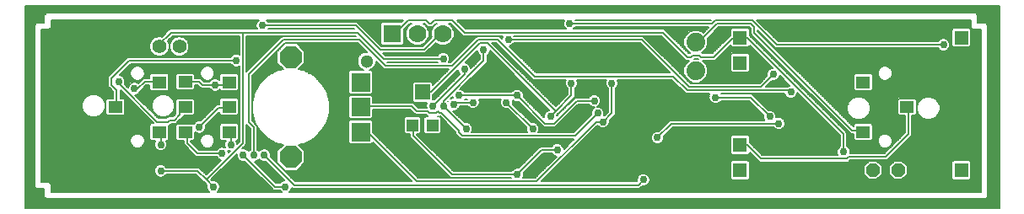
<source format=gbl>
G75*
%MOIN*%
%OFA0B0*%
%FSLAX25Y25*%
%IPPOS*%
%LPD*%
%AMOC8*
5,1,8,0,0,1.08239X$1,22.5*
%
%ADD10C,0.07400*%
%ADD11C,0.07000*%
%ADD12R,0.07000X0.07000*%
%ADD13OC8,0.05200*%
%ADD14C,0.05600*%
%ADD15R,0.05512X0.04724*%
%ADD16R,0.05906X0.06299*%
%ADD17R,0.04724X0.04724*%
%ADD18R,0.05543X0.05543*%
%ADD19R,0.07400X0.07400*%
%ADD20OC8,0.08858*%
%ADD21C,0.00600*%
%ADD22C,0.02978*%
%ADD23C,0.05118*%
D10*
X0266300Y0055600D03*
X0266300Y0067000D03*
D11*
X0166300Y0070300D03*
X0156300Y0070300D03*
D12*
X0146300Y0070300D03*
D13*
X0336300Y0016300D03*
X0346300Y0016300D03*
D14*
X0062237Y0065300D03*
X0054363Y0065300D03*
D15*
X0064639Y0051300D03*
X0054331Y0051143D03*
X0081961Y0051143D03*
X0081961Y0041457D03*
X0064639Y0041300D03*
X0037009Y0041300D03*
X0054331Y0031457D03*
X0064639Y0031300D03*
X0081961Y0031457D03*
X0332439Y0031457D03*
X0349761Y0041300D03*
X0332439Y0051143D03*
D16*
X0158300Y0047206D03*
D17*
X0154363Y0034115D03*
X0162237Y0034115D03*
D18*
X0283800Y0026300D03*
X0283800Y0016300D03*
X0371300Y0016300D03*
X0283800Y0058800D03*
X0283800Y0068800D03*
X0371300Y0068800D03*
D19*
X0133859Y0051143D03*
X0133859Y0041300D03*
X0133859Y0031457D03*
D20*
X0106300Y0021615D03*
X0106300Y0060985D03*
D21*
X0001300Y0001300D02*
X0386300Y0001300D01*
X0386300Y0081300D01*
X0001300Y0081300D01*
X0001300Y0001300D01*
X0001300Y0001512D02*
X0386300Y0001512D01*
X0386300Y0002110D02*
X0001300Y0002110D01*
X0001300Y0002709D02*
X0386300Y0002709D01*
X0386300Y0003307D02*
X0001300Y0003307D01*
X0001300Y0003906D02*
X0386300Y0003906D01*
X0386300Y0004504D02*
X0001300Y0004504D01*
X0001300Y0005103D02*
X0009454Y0005103D01*
X0009657Y0004900D02*
X0008837Y0005720D01*
X0008837Y0008837D01*
X0005720Y0008837D01*
X0004900Y0009657D01*
X0004900Y0073809D01*
X0005720Y0074629D01*
X0008837Y0074629D01*
X0008837Y0076586D01*
X0008837Y0077746D01*
X0009657Y0078566D01*
X0376959Y0078566D01*
X0377779Y0077746D01*
X0377779Y0074629D01*
X0380896Y0074629D01*
X0381716Y0073809D01*
X0381716Y0005720D01*
X0380896Y0004900D01*
X0009657Y0004900D01*
X0008856Y0005701D02*
X0001300Y0005701D01*
X0001300Y0006300D02*
X0008837Y0006300D01*
X0008837Y0006899D02*
X0001300Y0006899D01*
X0001300Y0007497D02*
X0008837Y0007497D01*
X0008837Y0008096D02*
X0001300Y0008096D01*
X0001300Y0008694D02*
X0008837Y0008694D01*
X0011637Y0008694D02*
X0073326Y0008694D01*
X0073486Y0008309D02*
X0074095Y0007700D01*
X0011637Y0007700D01*
X0011637Y0010817D01*
X0010817Y0011637D01*
X0007700Y0011637D01*
X0007700Y0071829D01*
X0010817Y0071829D01*
X0011637Y0072649D01*
X0011637Y0075766D01*
X0093627Y0075766D01*
X0092910Y0075048D01*
X0092517Y0074101D01*
X0092517Y0073076D01*
X0092880Y0072202D01*
X0088038Y0072202D01*
X0058447Y0072202D01*
X0055346Y0069101D01*
X0055136Y0069187D01*
X0053590Y0069187D01*
X0052161Y0068596D01*
X0051067Y0067502D01*
X0050476Y0066073D01*
X0050476Y0064527D01*
X0051067Y0063098D01*
X0052161Y0062004D01*
X0053590Y0061413D01*
X0055136Y0061413D01*
X0056565Y0062004D01*
X0057659Y0063098D01*
X0058250Y0064527D01*
X0058250Y0066073D01*
X0057662Y0067493D01*
X0059596Y0069427D01*
X0086076Y0069427D01*
X0086076Y0061929D01*
X0085201Y0062291D01*
X0084176Y0062291D01*
X0083229Y0061899D01*
X0082504Y0061174D01*
X0082474Y0061102D01*
X0041798Y0061102D01*
X0040985Y0060290D01*
X0034048Y0053353D01*
X0034048Y0049428D01*
X0034861Y0048616D01*
X0036129Y0047347D01*
X0036129Y0044750D01*
X0033802Y0044750D01*
X0033165Y0044113D01*
X0033165Y0038487D01*
X0033802Y0037850D01*
X0040215Y0037850D01*
X0040852Y0038487D01*
X0040852Y0044113D01*
X0040215Y0044750D01*
X0038904Y0044750D01*
X0038904Y0048041D01*
X0052038Y0034907D01*
X0051125Y0034907D01*
X0050488Y0034270D01*
X0050488Y0028645D01*
X0051125Y0028008D01*
X0052806Y0028008D01*
X0052675Y0027877D01*
X0052283Y0026930D01*
X0052283Y0025905D01*
X0052675Y0024958D01*
X0053400Y0024233D01*
X0054347Y0023841D01*
X0055372Y0023841D01*
X0056318Y0024233D01*
X0057043Y0024958D01*
X0057435Y0025905D01*
X0057435Y0026930D01*
X0057043Y0027877D01*
X0056912Y0028008D01*
X0057538Y0028008D01*
X0058175Y0028645D01*
X0058175Y0034048D01*
X0058209Y0034048D01*
X0058902Y0034742D01*
X0060983Y0034742D01*
X0061796Y0035554D01*
X0063877Y0037636D01*
X0063877Y0037850D01*
X0067845Y0037850D01*
X0068482Y0038487D01*
X0068482Y0044113D01*
X0067845Y0044750D01*
X0061432Y0044750D01*
X0060795Y0044113D01*
X0060795Y0038487D01*
X0060800Y0038483D01*
X0059834Y0037517D01*
X0057753Y0037517D01*
X0057059Y0036823D01*
X0054046Y0036823D01*
X0044830Y0046039D01*
X0044966Y0046039D01*
X0045913Y0046432D01*
X0046638Y0047156D01*
X0046846Y0047658D01*
X0047228Y0048041D01*
X0049190Y0050003D01*
X0050488Y0050003D01*
X0050488Y0048330D01*
X0051125Y0047693D01*
X0057538Y0047693D01*
X0058175Y0048330D01*
X0058175Y0053955D01*
X0057538Y0054592D01*
X0051125Y0054592D01*
X0050488Y0053955D01*
X0050488Y0052778D01*
X0048041Y0052778D01*
X0045988Y0050725D01*
X0045913Y0050800D01*
X0044966Y0051192D01*
X0043941Y0051192D01*
X0042994Y0050800D01*
X0042269Y0050075D01*
X0041877Y0049128D01*
X0041877Y0048992D01*
X0040554Y0050316D01*
X0040787Y0050878D01*
X0040787Y0051903D01*
X0040394Y0052850D01*
X0039670Y0053575D01*
X0038723Y0053967D01*
X0038586Y0053967D01*
X0042947Y0058328D01*
X0082474Y0058328D01*
X0082504Y0058256D01*
X0083229Y0057531D01*
X0084176Y0057139D01*
X0085201Y0057139D01*
X0086076Y0057501D01*
X0086076Y0027686D01*
X0085183Y0026794D01*
X0085183Y0026930D01*
X0084791Y0027877D01*
X0084660Y0028008D01*
X0085168Y0028008D01*
X0085805Y0028645D01*
X0085805Y0034270D01*
X0085168Y0034907D01*
X0078755Y0034907D01*
X0078118Y0034270D01*
X0078118Y0028645D01*
X0078755Y0028008D01*
X0080554Y0028008D01*
X0080423Y0027877D01*
X0080031Y0026930D01*
X0080031Y0025905D01*
X0080299Y0025257D01*
X0079651Y0025525D01*
X0078626Y0025525D01*
X0077679Y0025133D01*
X0076954Y0024408D01*
X0076925Y0024336D01*
X0070001Y0024336D01*
X0066652Y0027686D01*
X0066652Y0027850D01*
X0067845Y0027850D01*
X0068482Y0028487D01*
X0068482Y0031349D01*
X0068661Y0031170D01*
X0069608Y0030778D01*
X0070633Y0030778D01*
X0071580Y0031170D01*
X0072305Y0031895D01*
X0072697Y0032842D01*
X0072697Y0033867D01*
X0072667Y0033939D01*
X0078118Y0039390D01*
X0078118Y0038645D01*
X0078755Y0038008D01*
X0085168Y0038008D01*
X0085805Y0038645D01*
X0085805Y0044270D01*
X0085168Y0044907D01*
X0078755Y0044907D01*
X0078118Y0044270D01*
X0078118Y0042372D01*
X0077176Y0042372D01*
X0070705Y0035901D01*
X0070633Y0035931D01*
X0069608Y0035931D01*
X0068661Y0035538D01*
X0067936Y0034814D01*
X0067891Y0034704D01*
X0067845Y0034750D01*
X0061432Y0034750D01*
X0060795Y0034113D01*
X0060795Y0028487D01*
X0061432Y0027850D01*
X0063877Y0027850D01*
X0063877Y0026536D01*
X0068039Y0022374D01*
X0068852Y0021561D01*
X0076925Y0021561D01*
X0076954Y0021489D01*
X0077679Y0020765D01*
X0078626Y0020372D01*
X0078762Y0020372D01*
X0072895Y0014505D01*
X0070814Y0016586D01*
X0070814Y0016586D01*
X0070001Y0017399D01*
X0057073Y0017399D01*
X0057043Y0017471D01*
X0056318Y0018196D01*
X0055372Y0018588D01*
X0054347Y0018588D01*
X0053400Y0018196D01*
X0052675Y0017471D01*
X0052283Y0016524D01*
X0052283Y0015499D01*
X0052675Y0014552D01*
X0053400Y0013828D01*
X0054347Y0013435D01*
X0055372Y0013435D01*
X0056318Y0013828D01*
X0057043Y0014552D01*
X0057073Y0014624D01*
X0068852Y0014624D01*
X0071508Y0011969D01*
X0071508Y0011969D01*
X0072321Y0011156D01*
X0073124Y0010353D01*
X0073094Y0010281D01*
X0073094Y0009256D01*
X0073486Y0008309D01*
X0073699Y0008096D02*
X0011637Y0008096D01*
X0011637Y0009293D02*
X0073094Y0009293D01*
X0073094Y0009891D02*
X0011637Y0009891D01*
X0011637Y0010490D02*
X0072987Y0010490D01*
X0072388Y0011088D02*
X0011366Y0011088D01*
X0007700Y0011687D02*
X0071790Y0011687D01*
X0072321Y0011156D02*
X0072321Y0011156D01*
X0071191Y0012285D02*
X0007700Y0012285D01*
X0007700Y0012884D02*
X0070593Y0012884D01*
X0069994Y0013482D02*
X0055484Y0013482D01*
X0056571Y0014081D02*
X0069396Y0014081D01*
X0072123Y0015278D02*
X0073668Y0015278D01*
X0074266Y0015876D02*
X0071524Y0015876D01*
X0070926Y0016475D02*
X0074865Y0016475D01*
X0075463Y0017073D02*
X0070327Y0017073D01*
X0069427Y0016012D02*
X0054859Y0016012D01*
X0052510Y0017073D02*
X0007700Y0017073D01*
X0007700Y0016475D02*
X0052283Y0016475D01*
X0052283Y0015876D02*
X0007700Y0015876D01*
X0007700Y0015278D02*
X0052374Y0015278D01*
X0052622Y0014679D02*
X0007700Y0014679D01*
X0007700Y0014081D02*
X0053147Y0014081D01*
X0054234Y0013482D02*
X0007700Y0013482D01*
X0004900Y0013482D02*
X0001300Y0013482D01*
X0001300Y0012884D02*
X0004900Y0012884D01*
X0004900Y0012285D02*
X0001300Y0012285D01*
X0001300Y0011687D02*
X0004900Y0011687D01*
X0004900Y0011088D02*
X0001300Y0011088D01*
X0001300Y0010490D02*
X0004900Y0010490D01*
X0004900Y0009891D02*
X0001300Y0009891D01*
X0001300Y0009293D02*
X0005265Y0009293D01*
X0004900Y0014081D02*
X0001300Y0014081D01*
X0001300Y0014679D02*
X0004900Y0014679D01*
X0004900Y0015278D02*
X0001300Y0015278D01*
X0001300Y0015876D02*
X0004900Y0015876D01*
X0004900Y0016475D02*
X0001300Y0016475D01*
X0001300Y0017073D02*
X0004900Y0017073D01*
X0004900Y0017672D02*
X0001300Y0017672D01*
X0001300Y0018270D02*
X0004900Y0018270D01*
X0004900Y0018869D02*
X0001300Y0018869D01*
X0001300Y0019467D02*
X0004900Y0019467D01*
X0004900Y0020066D02*
X0001300Y0020066D01*
X0001300Y0020664D02*
X0004900Y0020664D01*
X0004900Y0021263D02*
X0001300Y0021263D01*
X0001300Y0021861D02*
X0004900Y0021861D01*
X0004900Y0022460D02*
X0001300Y0022460D01*
X0001300Y0023058D02*
X0004900Y0023058D01*
X0004900Y0023657D02*
X0001300Y0023657D01*
X0001300Y0024255D02*
X0004900Y0024255D01*
X0004900Y0024854D02*
X0001300Y0024854D01*
X0001300Y0025452D02*
X0004900Y0025452D01*
X0004900Y0026051D02*
X0001300Y0026051D01*
X0001300Y0026649D02*
X0004900Y0026649D01*
X0004900Y0027248D02*
X0001300Y0027248D01*
X0001300Y0027846D02*
X0004900Y0027846D01*
X0004900Y0028445D02*
X0001300Y0028445D01*
X0001300Y0029043D02*
X0004900Y0029043D01*
X0004900Y0029642D02*
X0001300Y0029642D01*
X0001300Y0030240D02*
X0004900Y0030240D01*
X0004900Y0030839D02*
X0001300Y0030839D01*
X0001300Y0031437D02*
X0004900Y0031437D01*
X0004900Y0032036D02*
X0001300Y0032036D01*
X0001300Y0032634D02*
X0004900Y0032634D01*
X0004900Y0033233D02*
X0001300Y0033233D01*
X0001300Y0033832D02*
X0004900Y0033832D01*
X0004900Y0034430D02*
X0001300Y0034430D01*
X0001300Y0035029D02*
X0004900Y0035029D01*
X0004900Y0035627D02*
X0001300Y0035627D01*
X0001300Y0036226D02*
X0004900Y0036226D01*
X0004900Y0036824D02*
X0001300Y0036824D01*
X0001300Y0037423D02*
X0004900Y0037423D01*
X0004900Y0038021D02*
X0001300Y0038021D01*
X0001300Y0038620D02*
X0004900Y0038620D01*
X0004900Y0039218D02*
X0001300Y0039218D01*
X0001300Y0039817D02*
X0004900Y0039817D01*
X0004900Y0040415D02*
X0001300Y0040415D01*
X0001300Y0041014D02*
X0004900Y0041014D01*
X0004900Y0041612D02*
X0001300Y0041612D01*
X0001300Y0042211D02*
X0004900Y0042211D01*
X0004900Y0042809D02*
X0001300Y0042809D01*
X0001300Y0043408D02*
X0004900Y0043408D01*
X0004900Y0044006D02*
X0001300Y0044006D01*
X0001300Y0044605D02*
X0004900Y0044605D01*
X0004900Y0045203D02*
X0001300Y0045203D01*
X0001300Y0045802D02*
X0004900Y0045802D01*
X0004900Y0046400D02*
X0001300Y0046400D01*
X0001300Y0046999D02*
X0004900Y0046999D01*
X0004900Y0047597D02*
X0001300Y0047597D01*
X0001300Y0048196D02*
X0004900Y0048196D01*
X0004900Y0048794D02*
X0001300Y0048794D01*
X0001300Y0049393D02*
X0004900Y0049393D01*
X0004900Y0049991D02*
X0001300Y0049991D01*
X0001300Y0050590D02*
X0004900Y0050590D01*
X0004900Y0051188D02*
X0001300Y0051188D01*
X0001300Y0051787D02*
X0004900Y0051787D01*
X0004900Y0052385D02*
X0001300Y0052385D01*
X0001300Y0052984D02*
X0004900Y0052984D01*
X0004900Y0053582D02*
X0001300Y0053582D01*
X0001300Y0054181D02*
X0004900Y0054181D01*
X0004900Y0054779D02*
X0001300Y0054779D01*
X0001300Y0055378D02*
X0004900Y0055378D01*
X0004900Y0055976D02*
X0001300Y0055976D01*
X0001300Y0056575D02*
X0004900Y0056575D01*
X0004900Y0057173D02*
X0001300Y0057173D01*
X0001300Y0057772D02*
X0004900Y0057772D01*
X0004900Y0058370D02*
X0001300Y0058370D01*
X0001300Y0058969D02*
X0004900Y0058969D01*
X0004900Y0059568D02*
X0001300Y0059568D01*
X0001300Y0060166D02*
X0004900Y0060166D01*
X0004900Y0060765D02*
X0001300Y0060765D01*
X0001300Y0061363D02*
X0004900Y0061363D01*
X0004900Y0061962D02*
X0001300Y0061962D01*
X0001300Y0062560D02*
X0004900Y0062560D01*
X0004900Y0063159D02*
X0001300Y0063159D01*
X0001300Y0063757D02*
X0004900Y0063757D01*
X0004900Y0064356D02*
X0001300Y0064356D01*
X0001300Y0064954D02*
X0004900Y0064954D01*
X0004900Y0065553D02*
X0001300Y0065553D01*
X0001300Y0066151D02*
X0004900Y0066151D01*
X0004900Y0066750D02*
X0001300Y0066750D01*
X0001300Y0067348D02*
X0004900Y0067348D01*
X0004900Y0067947D02*
X0001300Y0067947D01*
X0001300Y0068545D02*
X0004900Y0068545D01*
X0004900Y0069144D02*
X0001300Y0069144D01*
X0001300Y0069742D02*
X0004900Y0069742D01*
X0004900Y0070341D02*
X0001300Y0070341D01*
X0001300Y0070939D02*
X0004900Y0070939D01*
X0004900Y0071538D02*
X0001300Y0071538D01*
X0001300Y0072136D02*
X0004900Y0072136D01*
X0004900Y0072735D02*
X0001300Y0072735D01*
X0001300Y0073333D02*
X0004900Y0073333D01*
X0005023Y0073932D02*
X0001300Y0073932D01*
X0001300Y0074530D02*
X0005621Y0074530D01*
X0008837Y0075129D02*
X0001300Y0075129D01*
X0001300Y0075727D02*
X0008837Y0075727D01*
X0008837Y0076326D02*
X0001300Y0076326D01*
X0001300Y0076924D02*
X0008837Y0076924D01*
X0008837Y0077523D02*
X0001300Y0077523D01*
X0001300Y0078121D02*
X0009212Y0078121D01*
X0001300Y0078720D02*
X0386300Y0078720D01*
X0386300Y0079318D02*
X0001300Y0079318D01*
X0001300Y0079917D02*
X0386300Y0079917D01*
X0386300Y0080515D02*
X0001300Y0080515D01*
X0001300Y0081114D02*
X0386300Y0081114D01*
X0386300Y0078121D02*
X0377403Y0078121D01*
X0377779Y0077523D02*
X0386300Y0077523D01*
X0386300Y0076924D02*
X0377779Y0076924D01*
X0377779Y0076326D02*
X0386300Y0076326D01*
X0386300Y0075727D02*
X0377779Y0075727D01*
X0377779Y0075129D02*
X0386300Y0075129D01*
X0386300Y0074530D02*
X0380994Y0074530D01*
X0381593Y0073932D02*
X0386300Y0073932D01*
X0386300Y0073333D02*
X0381716Y0073333D01*
X0381716Y0072735D02*
X0386300Y0072735D01*
X0386300Y0072136D02*
X0381716Y0072136D01*
X0381716Y0071538D02*
X0386300Y0071538D01*
X0386300Y0070939D02*
X0381716Y0070939D01*
X0381716Y0070341D02*
X0386300Y0070341D01*
X0386300Y0069742D02*
X0381716Y0069742D01*
X0381716Y0069144D02*
X0386300Y0069144D01*
X0386300Y0068545D02*
X0381716Y0068545D01*
X0381716Y0067947D02*
X0386300Y0067947D01*
X0386300Y0067348D02*
X0381716Y0067348D01*
X0381716Y0066750D02*
X0386300Y0066750D01*
X0386300Y0066151D02*
X0381716Y0066151D01*
X0381716Y0065553D02*
X0386300Y0065553D01*
X0386300Y0064954D02*
X0381716Y0064954D01*
X0381716Y0064356D02*
X0386300Y0064356D01*
X0386300Y0063757D02*
X0381716Y0063757D01*
X0381716Y0063159D02*
X0386300Y0063159D01*
X0386300Y0062560D02*
X0381716Y0062560D01*
X0381716Y0061962D02*
X0386300Y0061962D01*
X0386300Y0061363D02*
X0381716Y0061363D01*
X0381716Y0060765D02*
X0386300Y0060765D01*
X0386300Y0060166D02*
X0381716Y0060166D01*
X0381716Y0059568D02*
X0386300Y0059568D01*
X0386300Y0058969D02*
X0381716Y0058969D01*
X0381716Y0058370D02*
X0386300Y0058370D01*
X0386300Y0057772D02*
X0381716Y0057772D01*
X0381716Y0057173D02*
X0386300Y0057173D01*
X0386300Y0056575D02*
X0381716Y0056575D01*
X0381716Y0055976D02*
X0386300Y0055976D01*
X0386300Y0055378D02*
X0381716Y0055378D01*
X0381716Y0054779D02*
X0386300Y0054779D01*
X0386300Y0054181D02*
X0381716Y0054181D01*
X0381716Y0053582D02*
X0386300Y0053582D01*
X0386300Y0052984D02*
X0381716Y0052984D01*
X0381716Y0052385D02*
X0386300Y0052385D01*
X0386300Y0051787D02*
X0381716Y0051787D01*
X0381716Y0051188D02*
X0386300Y0051188D01*
X0386300Y0050590D02*
X0381716Y0050590D01*
X0381716Y0049991D02*
X0386300Y0049991D01*
X0386300Y0049393D02*
X0381716Y0049393D01*
X0381716Y0048794D02*
X0386300Y0048794D01*
X0386300Y0048196D02*
X0381716Y0048196D01*
X0381716Y0047597D02*
X0386300Y0047597D01*
X0386300Y0046999D02*
X0381716Y0046999D01*
X0381716Y0046400D02*
X0386300Y0046400D01*
X0386300Y0045802D02*
X0381716Y0045802D01*
X0381716Y0045203D02*
X0386300Y0045203D01*
X0386300Y0044605D02*
X0381716Y0044605D01*
X0381716Y0044006D02*
X0386300Y0044006D01*
X0386300Y0043408D02*
X0381716Y0043408D01*
X0381716Y0042809D02*
X0386300Y0042809D01*
X0386300Y0042211D02*
X0381716Y0042211D01*
X0381716Y0041612D02*
X0386300Y0041612D01*
X0386300Y0041014D02*
X0381716Y0041014D01*
X0381716Y0040415D02*
X0386300Y0040415D01*
X0386300Y0039817D02*
X0381716Y0039817D01*
X0381716Y0039218D02*
X0386300Y0039218D01*
X0386300Y0038620D02*
X0381716Y0038620D01*
X0381716Y0038021D02*
X0386300Y0038021D01*
X0386300Y0037423D02*
X0381716Y0037423D01*
X0381716Y0036824D02*
X0386300Y0036824D01*
X0386300Y0036226D02*
X0381716Y0036226D01*
X0381716Y0035627D02*
X0386300Y0035627D01*
X0386300Y0035029D02*
X0381716Y0035029D01*
X0381716Y0034430D02*
X0386300Y0034430D01*
X0386300Y0033832D02*
X0381716Y0033832D01*
X0381716Y0033233D02*
X0386300Y0033233D01*
X0386300Y0032634D02*
X0381716Y0032634D01*
X0381716Y0032036D02*
X0386300Y0032036D01*
X0386300Y0031437D02*
X0381716Y0031437D01*
X0381716Y0030839D02*
X0386300Y0030839D01*
X0386300Y0030240D02*
X0381716Y0030240D01*
X0381716Y0029642D02*
X0386300Y0029642D01*
X0386300Y0029043D02*
X0381716Y0029043D01*
X0381716Y0028445D02*
X0386300Y0028445D01*
X0386300Y0027846D02*
X0381716Y0027846D01*
X0381716Y0027248D02*
X0386300Y0027248D01*
X0386300Y0026649D02*
X0381716Y0026649D01*
X0381716Y0026051D02*
X0386300Y0026051D01*
X0386300Y0025452D02*
X0381716Y0025452D01*
X0381716Y0024854D02*
X0386300Y0024854D01*
X0386300Y0024255D02*
X0381716Y0024255D01*
X0381716Y0023657D02*
X0386300Y0023657D01*
X0386300Y0023058D02*
X0381716Y0023058D01*
X0381716Y0022460D02*
X0386300Y0022460D01*
X0386300Y0021861D02*
X0381716Y0021861D01*
X0381716Y0021263D02*
X0386300Y0021263D01*
X0386300Y0020664D02*
X0381716Y0020664D01*
X0381716Y0020066D02*
X0386300Y0020066D01*
X0386300Y0019467D02*
X0381716Y0019467D01*
X0381716Y0018869D02*
X0386300Y0018869D01*
X0386300Y0018270D02*
X0381716Y0018270D01*
X0381716Y0017672D02*
X0386300Y0017672D01*
X0386300Y0017073D02*
X0381716Y0017073D01*
X0381716Y0016475D02*
X0386300Y0016475D01*
X0386300Y0015876D02*
X0381716Y0015876D01*
X0381716Y0015278D02*
X0386300Y0015278D01*
X0386300Y0014679D02*
X0381716Y0014679D01*
X0381716Y0014081D02*
X0386300Y0014081D01*
X0386300Y0013482D02*
X0381716Y0013482D01*
X0381716Y0012884D02*
X0386300Y0012884D01*
X0386300Y0012285D02*
X0381716Y0012285D01*
X0381716Y0011687D02*
X0386300Y0011687D01*
X0386300Y0011088D02*
X0381716Y0011088D01*
X0381716Y0010490D02*
X0386300Y0010490D01*
X0386300Y0009891D02*
X0381716Y0009891D01*
X0381716Y0009293D02*
X0386300Y0009293D01*
X0386300Y0008694D02*
X0381716Y0008694D01*
X0381716Y0008096D02*
X0386300Y0008096D01*
X0386300Y0007497D02*
X0381716Y0007497D01*
X0381716Y0006899D02*
X0386300Y0006899D01*
X0386300Y0006300D02*
X0381716Y0006300D01*
X0381697Y0005701D02*
X0386300Y0005701D01*
X0386300Y0005103D02*
X0381099Y0005103D01*
X0378916Y0007700D02*
X0105687Y0007700D01*
X0106296Y0008309D01*
X0106688Y0009256D01*
X0106688Y0009392D01*
X0107006Y0009075D01*
X0244120Y0009075D01*
X0245042Y0009997D01*
X0245114Y0009967D01*
X0246139Y0009967D01*
X0247086Y0010359D01*
X0247811Y0011084D01*
X0248203Y0012031D01*
X0248203Y0013056D01*
X0247811Y0014003D01*
X0247086Y0014727D01*
X0246139Y0015120D01*
X0245114Y0015120D01*
X0244167Y0014727D01*
X0243443Y0014003D01*
X0243050Y0013056D01*
X0243050Y0012031D01*
X0243080Y0011959D01*
X0242971Y0011850D01*
X0205273Y0011850D01*
X0227462Y0034038D01*
X0227487Y0033976D01*
X0228212Y0033251D01*
X0229159Y0032859D01*
X0230184Y0032859D01*
X0231131Y0033251D01*
X0231856Y0033976D01*
X0232248Y0034923D01*
X0232248Y0035948D01*
X0232218Y0036020D01*
X0234528Y0038329D01*
X0234528Y0048483D01*
X0234600Y0048513D01*
X0235324Y0049237D01*
X0235717Y0050184D01*
X0235717Y0051209D01*
X0235354Y0052084D01*
X0256845Y0052084D01*
X0261582Y0047347D01*
X0262395Y0046535D01*
X0271855Y0046535D01*
X0271492Y0045660D01*
X0271492Y0044635D01*
X0271884Y0043688D01*
X0272609Y0042963D01*
X0273556Y0042571D01*
X0274581Y0042571D01*
X0275528Y0042963D01*
X0276253Y0043688D01*
X0276282Y0043760D01*
X0287368Y0043760D01*
X0293027Y0038101D01*
X0292997Y0038029D01*
X0292997Y0037004D01*
X0293359Y0036129D01*
X0256151Y0036129D01*
X0251761Y0031739D01*
X0251689Y0031768D01*
X0250664Y0031768D01*
X0249717Y0031376D01*
X0248992Y0030652D01*
X0248600Y0029705D01*
X0248600Y0028680D01*
X0248992Y0027733D01*
X0249717Y0027008D01*
X0250664Y0026616D01*
X0251689Y0026616D01*
X0252636Y0027008D01*
X0253361Y0027733D01*
X0253753Y0028680D01*
X0253753Y0029705D01*
X0253723Y0029777D01*
X0257301Y0033354D01*
X0296828Y0033354D01*
X0296858Y0033282D01*
X0297582Y0032558D01*
X0298529Y0032165D01*
X0299554Y0032165D01*
X0300501Y0032558D01*
X0301226Y0033282D01*
X0301618Y0034229D01*
X0301618Y0035254D01*
X0301226Y0036201D01*
X0300501Y0036926D01*
X0299554Y0037318D01*
X0298529Y0037318D01*
X0298150Y0037161D01*
X0298150Y0038029D01*
X0297757Y0038976D01*
X0297033Y0039701D01*
X0296086Y0040093D01*
X0295061Y0040093D01*
X0294989Y0040063D01*
X0288517Y0046535D01*
X0276282Y0046535D01*
X0301396Y0046535D01*
X0301713Y0045769D01*
X0302438Y0045044D01*
X0303385Y0044652D01*
X0304410Y0044652D01*
X0305357Y0045044D01*
X0306082Y0045769D01*
X0306474Y0046716D01*
X0306474Y0046852D01*
X0323321Y0030005D01*
X0323321Y0025856D01*
X0323249Y0025827D01*
X0322525Y0025102D01*
X0322132Y0024155D01*
X0322132Y0023130D01*
X0322495Y0022255D01*
X0292679Y0022255D01*
X0287943Y0026992D01*
X0287659Y0027275D01*
X0287659Y0029522D01*
X0287022Y0030159D01*
X0280578Y0030159D01*
X0279941Y0029522D01*
X0279941Y0023078D01*
X0280578Y0022441D01*
X0287022Y0022441D01*
X0287659Y0023078D01*
X0287659Y0023351D01*
X0291530Y0019480D01*
X0326671Y0019480D01*
X0327364Y0020174D01*
X0341932Y0020174D01*
X0342745Y0020987D01*
X0351763Y0030005D01*
X0351763Y0037850D01*
X0352968Y0037850D01*
X0353605Y0038487D01*
X0353605Y0044113D01*
X0352968Y0044750D01*
X0346555Y0044750D01*
X0345918Y0044113D01*
X0345918Y0038487D01*
X0346555Y0037850D01*
X0348988Y0037850D01*
X0348988Y0031154D01*
X0340783Y0022949D01*
X0327210Y0022949D01*
X0327285Y0023130D01*
X0327285Y0024155D01*
X0326893Y0025102D01*
X0326168Y0025827D01*
X0326096Y0025856D01*
X0326096Y0031154D01*
X0287943Y0069308D01*
X0287659Y0069591D01*
X0287659Y0072022D01*
X0287022Y0072659D01*
X0280578Y0072659D01*
X0279941Y0072022D01*
X0279941Y0069631D01*
X0279618Y0069308D01*
X0272800Y0062490D01*
X0269094Y0062490D01*
X0268750Y0062833D01*
X0269012Y0062941D01*
X0270359Y0064288D01*
X0271087Y0066048D01*
X0271087Y0067952D01*
X0270884Y0068443D01*
X0275337Y0072895D01*
X0287368Y0072895D01*
X0287943Y0072321D01*
X0287943Y0070239D01*
X0288755Y0069427D01*
X0327602Y0030580D01*
X0328595Y0030580D01*
X0328595Y0028645D01*
X0329232Y0028008D01*
X0335645Y0028008D01*
X0336282Y0028645D01*
X0336282Y0034270D01*
X0335645Y0034907D01*
X0329232Y0034907D01*
X0328595Y0034270D01*
X0328595Y0033511D01*
X0290717Y0071389D01*
X0290717Y0071627D01*
X0296961Y0065384D01*
X0297773Y0064571D01*
X0362036Y0064571D01*
X0362065Y0064499D01*
X0362790Y0063774D01*
X0363737Y0063382D01*
X0364762Y0063382D01*
X0365709Y0063774D01*
X0366434Y0064499D01*
X0366826Y0065446D01*
X0366826Y0066471D01*
X0366434Y0067418D01*
X0365709Y0068142D01*
X0364762Y0068535D01*
X0363737Y0068535D01*
X0362790Y0068142D01*
X0362065Y0067418D01*
X0362036Y0067346D01*
X0298923Y0067346D01*
X0290502Y0075766D01*
X0374979Y0075766D01*
X0374979Y0072649D01*
X0375799Y0071829D01*
X0378916Y0071829D01*
X0378916Y0007700D01*
X0378916Y0008096D02*
X0106082Y0008096D01*
X0106455Y0008694D02*
X0378916Y0008694D01*
X0378916Y0009293D02*
X0244338Y0009293D01*
X0244937Y0009891D02*
X0378916Y0009891D01*
X0378916Y0010490D02*
X0247217Y0010490D01*
X0247813Y0011088D02*
X0378916Y0011088D01*
X0378916Y0011687D02*
X0248061Y0011687D01*
X0248203Y0012285D02*
X0378916Y0012285D01*
X0378916Y0012884D02*
X0374965Y0012884D01*
X0375159Y0013078D02*
X0375159Y0019522D01*
X0374522Y0020159D01*
X0368078Y0020159D01*
X0367441Y0019522D01*
X0367441Y0013078D01*
X0368078Y0012441D01*
X0374522Y0012441D01*
X0375159Y0013078D01*
X0375159Y0013482D02*
X0378916Y0013482D01*
X0378916Y0014081D02*
X0375159Y0014081D01*
X0375159Y0014679D02*
X0378916Y0014679D01*
X0378916Y0015278D02*
X0375159Y0015278D01*
X0375159Y0015876D02*
X0378916Y0015876D01*
X0378916Y0016475D02*
X0375159Y0016475D01*
X0375159Y0017073D02*
X0378916Y0017073D01*
X0378916Y0017672D02*
X0375159Y0017672D01*
X0375159Y0018270D02*
X0378916Y0018270D01*
X0378916Y0018869D02*
X0375159Y0018869D01*
X0375159Y0019467D02*
X0378916Y0019467D01*
X0378916Y0020066D02*
X0374615Y0020066D01*
X0378916Y0020664D02*
X0342422Y0020664D01*
X0343021Y0021263D02*
X0378916Y0021263D01*
X0378916Y0021861D02*
X0343619Y0021861D01*
X0344218Y0022460D02*
X0378916Y0022460D01*
X0378916Y0023058D02*
X0344816Y0023058D01*
X0345415Y0023657D02*
X0378916Y0023657D01*
X0378916Y0024255D02*
X0346013Y0024255D01*
X0346612Y0024854D02*
X0378916Y0024854D01*
X0378916Y0025452D02*
X0347211Y0025452D01*
X0347809Y0026051D02*
X0378916Y0026051D01*
X0378916Y0026649D02*
X0348408Y0026649D01*
X0349006Y0027248D02*
X0378916Y0027248D01*
X0378916Y0027846D02*
X0349605Y0027846D01*
X0350203Y0028445D02*
X0378916Y0028445D01*
X0378916Y0029043D02*
X0350802Y0029043D01*
X0351400Y0029642D02*
X0378916Y0029642D01*
X0378916Y0030240D02*
X0351763Y0030240D01*
X0351763Y0030839D02*
X0378916Y0030839D01*
X0378916Y0031437D02*
X0351763Y0031437D01*
X0351763Y0032036D02*
X0378916Y0032036D01*
X0378916Y0032634D02*
X0351763Y0032634D01*
X0351763Y0033233D02*
X0378916Y0033233D01*
X0378916Y0033832D02*
X0351763Y0033832D01*
X0351763Y0034430D02*
X0378916Y0034430D01*
X0378916Y0035029D02*
X0351763Y0035029D01*
X0351763Y0035627D02*
X0378916Y0035627D01*
X0378916Y0036226D02*
X0351763Y0036226D01*
X0351763Y0036824D02*
X0355913Y0036824D01*
X0355663Y0036928D02*
X0357353Y0036228D01*
X0359184Y0036228D01*
X0360874Y0036928D01*
X0362168Y0038222D01*
X0362868Y0039913D01*
X0362868Y0041743D01*
X0362168Y0043433D01*
X0360874Y0044727D01*
X0359184Y0045428D01*
X0357353Y0045428D01*
X0355663Y0044727D01*
X0354369Y0043433D01*
X0353669Y0041743D01*
X0353669Y0039913D01*
X0354369Y0038222D01*
X0355663Y0036928D01*
X0355168Y0037423D02*
X0351763Y0037423D01*
X0353138Y0038021D02*
X0354570Y0038021D01*
X0354204Y0038620D02*
X0353605Y0038620D01*
X0353605Y0039218D02*
X0353956Y0039218D01*
X0353708Y0039817D02*
X0353605Y0039817D01*
X0353605Y0040415D02*
X0353669Y0040415D01*
X0353669Y0041014D02*
X0353605Y0041014D01*
X0353605Y0041612D02*
X0353669Y0041612D01*
X0353605Y0042211D02*
X0353862Y0042211D01*
X0354110Y0042809D02*
X0353605Y0042809D01*
X0353605Y0043408D02*
X0354358Y0043408D01*
X0354942Y0044006D02*
X0353605Y0044006D01*
X0353113Y0044605D02*
X0355540Y0044605D01*
X0356812Y0045203D02*
X0332166Y0045203D01*
X0331624Y0045428D02*
X0329794Y0045428D01*
X0328104Y0044727D01*
X0326810Y0043433D01*
X0326109Y0041743D01*
X0326109Y0039913D01*
X0326810Y0038222D01*
X0328104Y0036928D01*
X0329794Y0036228D01*
X0331624Y0036228D01*
X0333315Y0036928D01*
X0334609Y0038222D01*
X0335309Y0039913D01*
X0335309Y0041743D01*
X0334609Y0043433D01*
X0333315Y0044727D01*
X0331624Y0045428D01*
X0333438Y0044605D02*
X0346410Y0044605D01*
X0345918Y0044006D02*
X0334036Y0044006D01*
X0334620Y0043408D02*
X0345918Y0043408D01*
X0345918Y0042809D02*
X0334868Y0042809D01*
X0335116Y0042211D02*
X0345918Y0042211D01*
X0345918Y0041612D02*
X0335309Y0041612D01*
X0335309Y0041014D02*
X0345918Y0041014D01*
X0345918Y0040415D02*
X0335309Y0040415D01*
X0335270Y0039817D02*
X0345918Y0039817D01*
X0345918Y0039218D02*
X0335022Y0039218D01*
X0334774Y0038620D02*
X0345918Y0038620D01*
X0346384Y0038021D02*
X0334408Y0038021D01*
X0333810Y0037423D02*
X0348988Y0037423D01*
X0348988Y0036824D02*
X0333065Y0036824D01*
X0328354Y0036824D02*
X0325282Y0036824D01*
X0324684Y0037423D02*
X0327609Y0037423D01*
X0327011Y0038021D02*
X0324085Y0038021D01*
X0323487Y0038620D02*
X0326645Y0038620D01*
X0326397Y0039218D02*
X0322888Y0039218D01*
X0322290Y0039817D02*
X0326149Y0039817D01*
X0326109Y0040415D02*
X0321691Y0040415D01*
X0321093Y0041014D02*
X0326109Y0041014D01*
X0326109Y0041612D02*
X0320494Y0041612D01*
X0319895Y0042211D02*
X0326303Y0042211D01*
X0326551Y0042809D02*
X0319297Y0042809D01*
X0318698Y0043408D02*
X0326799Y0043408D01*
X0327383Y0044006D02*
X0318100Y0044006D01*
X0317501Y0044605D02*
X0327981Y0044605D01*
X0329253Y0045203D02*
X0316903Y0045203D01*
X0316304Y0045802D02*
X0378916Y0045802D01*
X0378916Y0046400D02*
X0315706Y0046400D01*
X0315107Y0046999D02*
X0378916Y0046999D01*
X0378916Y0047597D02*
X0314509Y0047597D01*
X0313910Y0048196D02*
X0328729Y0048196D01*
X0328595Y0048330D02*
X0329232Y0047693D01*
X0335645Y0047693D01*
X0336282Y0048330D01*
X0336282Y0053955D01*
X0335645Y0054592D01*
X0329232Y0054592D01*
X0328595Y0053955D01*
X0328595Y0048330D01*
X0328595Y0048794D02*
X0313312Y0048794D01*
X0312713Y0049393D02*
X0328595Y0049393D01*
X0328595Y0049991D02*
X0312115Y0049991D01*
X0311516Y0050590D02*
X0328595Y0050590D01*
X0328595Y0051188D02*
X0310918Y0051188D01*
X0310319Y0051787D02*
X0328595Y0051787D01*
X0328595Y0052385D02*
X0309721Y0052385D01*
X0309122Y0052984D02*
X0328595Y0052984D01*
X0328595Y0053582D02*
X0308524Y0053582D01*
X0307925Y0054181D02*
X0328821Y0054181D01*
X0336056Y0054181D02*
X0338228Y0054181D01*
X0338228Y0054115D02*
X0338666Y0053059D01*
X0339473Y0052251D01*
X0340529Y0051814D01*
X0341671Y0051814D01*
X0342727Y0052251D01*
X0343534Y0053059D01*
X0343972Y0054115D01*
X0343972Y0055257D01*
X0343534Y0056312D01*
X0342727Y0057120D01*
X0341671Y0057557D01*
X0340529Y0057557D01*
X0339473Y0057120D01*
X0338666Y0056312D01*
X0338228Y0055257D01*
X0338228Y0054115D01*
X0338449Y0053582D02*
X0336282Y0053582D01*
X0336282Y0052984D02*
X0338741Y0052984D01*
X0339339Y0052385D02*
X0336282Y0052385D01*
X0336282Y0051787D02*
X0378916Y0051787D01*
X0378916Y0052385D02*
X0342861Y0052385D01*
X0343459Y0052984D02*
X0378916Y0052984D01*
X0378916Y0053582D02*
X0343751Y0053582D01*
X0343972Y0054181D02*
X0378916Y0054181D01*
X0378916Y0054779D02*
X0343972Y0054779D01*
X0343922Y0055378D02*
X0378916Y0055378D01*
X0378916Y0055976D02*
X0343674Y0055976D01*
X0343272Y0056575D02*
X0378916Y0056575D01*
X0378916Y0057173D02*
X0342598Y0057173D01*
X0339602Y0057173D02*
X0304933Y0057173D01*
X0305531Y0056575D02*
X0338928Y0056575D01*
X0338526Y0055976D02*
X0306130Y0055976D01*
X0306728Y0055378D02*
X0338278Y0055378D01*
X0338228Y0054779D02*
X0307327Y0054779D01*
X0304001Y0054181D02*
X0303069Y0054181D01*
X0303403Y0054779D02*
X0302471Y0054779D01*
X0302804Y0055378D02*
X0301872Y0055378D01*
X0302206Y0055976D02*
X0301274Y0055976D01*
X0301607Y0056575D02*
X0300675Y0056575D01*
X0301009Y0057173D02*
X0300077Y0057173D01*
X0300410Y0057772D02*
X0299478Y0057772D01*
X0299812Y0058370D02*
X0298880Y0058370D01*
X0299213Y0058969D02*
X0298281Y0058969D01*
X0298614Y0059568D02*
X0297683Y0059568D01*
X0298016Y0060166D02*
X0297084Y0060166D01*
X0297417Y0060765D02*
X0296486Y0060765D01*
X0296819Y0061363D02*
X0295887Y0061363D01*
X0296220Y0061962D02*
X0295289Y0061962D01*
X0295622Y0062560D02*
X0294690Y0062560D01*
X0295023Y0063159D02*
X0294092Y0063159D01*
X0294425Y0063757D02*
X0293493Y0063757D01*
X0293826Y0064356D02*
X0292895Y0064356D01*
X0293228Y0064954D02*
X0292296Y0064954D01*
X0292629Y0065553D02*
X0291698Y0065553D01*
X0292031Y0066151D02*
X0291099Y0066151D01*
X0291432Y0066750D02*
X0290501Y0066750D01*
X0290834Y0067348D02*
X0289902Y0067348D01*
X0290235Y0067947D02*
X0289304Y0067947D01*
X0289637Y0068545D02*
X0288705Y0068545D01*
X0289038Y0069144D02*
X0288107Y0069144D01*
X0288440Y0069742D02*
X0287659Y0069742D01*
X0287659Y0070341D02*
X0287943Y0070341D01*
X0287943Y0070939D02*
X0287659Y0070939D01*
X0287659Y0071538D02*
X0287943Y0071538D01*
X0287943Y0072136D02*
X0287545Y0072136D01*
X0287528Y0072735D02*
X0275176Y0072735D01*
X0274578Y0072136D02*
X0280055Y0072136D01*
X0279941Y0071538D02*
X0273979Y0071538D01*
X0273381Y0070939D02*
X0279941Y0070939D01*
X0279941Y0070341D02*
X0272782Y0070341D01*
X0272184Y0069742D02*
X0279941Y0069742D01*
X0279454Y0069144D02*
X0271585Y0069144D01*
X0270987Y0068545D02*
X0278856Y0068545D01*
X0278257Y0067947D02*
X0271087Y0067947D01*
X0271087Y0067348D02*
X0277659Y0067348D01*
X0277060Y0066750D02*
X0271087Y0066750D01*
X0271087Y0066151D02*
X0276461Y0066151D01*
X0275863Y0065553D02*
X0270882Y0065553D01*
X0270634Y0064954D02*
X0275264Y0064954D01*
X0274666Y0064356D02*
X0270386Y0064356D01*
X0269827Y0063757D02*
X0274067Y0063757D01*
X0273469Y0063159D02*
X0269229Y0063159D01*
X0269023Y0062560D02*
X0272870Y0062560D01*
X0275598Y0061363D02*
X0279941Y0061363D01*
X0279941Y0060765D02*
X0274999Y0060765D01*
X0274401Y0060166D02*
X0279941Y0060166D01*
X0279941Y0059568D02*
X0269103Y0059568D01*
X0269012Y0059659D02*
X0268876Y0059715D01*
X0273949Y0059715D01*
X0279941Y0065706D01*
X0279941Y0065578D01*
X0280578Y0064941D01*
X0287022Y0064941D01*
X0287659Y0065578D01*
X0287659Y0065667D01*
X0296584Y0056742D01*
X0296448Y0056742D01*
X0295501Y0056349D01*
X0294776Y0055625D01*
X0294384Y0054678D01*
X0294384Y0053653D01*
X0294414Y0053581D01*
X0291530Y0050697D01*
X0264238Y0050697D01*
X0245508Y0069427D01*
X0194426Y0069427D01*
X0252683Y0069427D01*
X0262395Y0059715D01*
X0263724Y0059715D01*
X0263588Y0059659D01*
X0262241Y0058312D01*
X0261513Y0056552D01*
X0261513Y0054648D01*
X0262241Y0052888D01*
X0263588Y0051541D01*
X0265348Y0050813D01*
X0267252Y0050813D01*
X0269012Y0051541D01*
X0270359Y0052888D01*
X0271087Y0054648D01*
X0271087Y0056552D01*
X0270359Y0058312D01*
X0269012Y0059659D01*
X0269701Y0058969D02*
X0279941Y0058969D01*
X0279941Y0058370D02*
X0270300Y0058370D01*
X0270582Y0057772D02*
X0279941Y0057772D01*
X0279941Y0057173D02*
X0270830Y0057173D01*
X0271078Y0056575D02*
X0279941Y0056575D01*
X0279941Y0055976D02*
X0271087Y0055976D01*
X0271087Y0055378D02*
X0280141Y0055378D01*
X0279941Y0055578D02*
X0280578Y0054941D01*
X0287022Y0054941D01*
X0287659Y0055578D01*
X0287659Y0062022D01*
X0287022Y0062659D01*
X0280578Y0062659D01*
X0279941Y0062022D01*
X0279941Y0055578D01*
X0287459Y0055378D02*
X0294674Y0055378D01*
X0294426Y0054779D02*
X0271087Y0054779D01*
X0270894Y0054181D02*
X0294384Y0054181D01*
X0294413Y0053582D02*
X0270646Y0053582D01*
X0270398Y0052984D02*
X0293817Y0052984D01*
X0293219Y0052385D02*
X0269856Y0052385D01*
X0269257Y0051787D02*
X0292620Y0051787D01*
X0292022Y0051188D02*
X0268159Y0051188D01*
X0264441Y0051188D02*
X0263746Y0051188D01*
X0263343Y0051787D02*
X0263148Y0051787D01*
X0262744Y0052385D02*
X0262549Y0052385D01*
X0262202Y0052984D02*
X0261951Y0052984D01*
X0261954Y0053582D02*
X0261352Y0053582D01*
X0261706Y0054181D02*
X0260754Y0054181D01*
X0260155Y0054779D02*
X0261513Y0054779D01*
X0261513Y0055378D02*
X0259557Y0055378D01*
X0258958Y0055976D02*
X0261513Y0055976D01*
X0261522Y0056575D02*
X0258360Y0056575D01*
X0257761Y0057173D02*
X0261770Y0057173D01*
X0262018Y0057772D02*
X0257163Y0057772D01*
X0256564Y0058370D02*
X0262300Y0058370D01*
X0262899Y0058969D02*
X0255966Y0058969D01*
X0255367Y0059568D02*
X0263497Y0059568D01*
X0262969Y0061102D02*
X0264357Y0061102D01*
X0265050Y0061796D01*
X0267825Y0061796D01*
X0268519Y0061102D01*
X0273375Y0061102D01*
X0281006Y0068733D01*
X0283780Y0068733D01*
X0283800Y0068800D01*
X0284474Y0068733D01*
X0286555Y0068733D01*
X0324709Y0030580D01*
X0324709Y0023643D01*
X0327285Y0023657D02*
X0341491Y0023657D01*
X0342089Y0024255D02*
X0327243Y0024255D01*
X0326996Y0024854D02*
X0342688Y0024854D01*
X0342661Y0025452D02*
X0343286Y0025452D01*
X0342727Y0025480D02*
X0343534Y0026288D01*
X0343972Y0027343D01*
X0343972Y0028485D01*
X0343534Y0029541D01*
X0342727Y0030349D01*
X0341671Y0030786D01*
X0340529Y0030786D01*
X0339473Y0030349D01*
X0338666Y0029541D01*
X0338228Y0028485D01*
X0338228Y0027343D01*
X0338666Y0026288D01*
X0339473Y0025480D01*
X0340529Y0025043D01*
X0341671Y0025043D01*
X0342727Y0025480D01*
X0343298Y0026051D02*
X0343885Y0026051D01*
X0343684Y0026649D02*
X0344483Y0026649D01*
X0343932Y0027248D02*
X0345082Y0027248D01*
X0345680Y0027846D02*
X0343972Y0027846D01*
X0343972Y0028445D02*
X0346279Y0028445D01*
X0346877Y0029043D02*
X0343740Y0029043D01*
X0343433Y0029642D02*
X0347476Y0029642D01*
X0348074Y0030240D02*
X0342835Y0030240D01*
X0339365Y0030240D02*
X0336282Y0030240D01*
X0336282Y0029642D02*
X0338767Y0029642D01*
X0338460Y0029043D02*
X0336282Y0029043D01*
X0336082Y0028445D02*
X0338228Y0028445D01*
X0338228Y0027846D02*
X0326096Y0027846D01*
X0326096Y0027248D02*
X0338268Y0027248D01*
X0338516Y0026649D02*
X0326096Y0026649D01*
X0326096Y0026051D02*
X0338902Y0026051D01*
X0339539Y0025452D02*
X0326542Y0025452D01*
X0323321Y0026051D02*
X0288884Y0026051D01*
X0289482Y0025452D02*
X0322875Y0025452D01*
X0322422Y0024854D02*
X0290081Y0024854D01*
X0290679Y0024255D02*
X0322174Y0024255D01*
X0322132Y0023657D02*
X0291278Y0023657D01*
X0291876Y0023058D02*
X0322162Y0023058D01*
X0322410Y0022460D02*
X0292475Y0022460D01*
X0289149Y0021861D02*
X0215285Y0021861D01*
X0214686Y0021263D02*
X0289748Y0021263D01*
X0290346Y0020664D02*
X0214088Y0020664D01*
X0213489Y0020066D02*
X0280485Y0020066D01*
X0280578Y0020159D02*
X0279941Y0019522D01*
X0279941Y0013078D01*
X0280578Y0012441D01*
X0287022Y0012441D01*
X0287659Y0013078D01*
X0287659Y0019522D01*
X0287022Y0020159D01*
X0280578Y0020159D01*
X0279941Y0019467D02*
X0212891Y0019467D01*
X0212292Y0018869D02*
X0279941Y0018869D01*
X0279941Y0018270D02*
X0211694Y0018270D01*
X0211095Y0017672D02*
X0279941Y0017672D01*
X0279941Y0017073D02*
X0210497Y0017073D01*
X0209898Y0016475D02*
X0279941Y0016475D01*
X0279941Y0015876D02*
X0209300Y0015876D01*
X0208701Y0015278D02*
X0279941Y0015278D01*
X0279941Y0014679D02*
X0247134Y0014679D01*
X0247733Y0014081D02*
X0279941Y0014081D01*
X0279941Y0013482D02*
X0248027Y0013482D01*
X0248203Y0012884D02*
X0280135Y0012884D01*
X0287465Y0012884D02*
X0334502Y0012884D01*
X0334773Y0012613D02*
X0337827Y0012613D01*
X0339987Y0014773D01*
X0339987Y0017827D01*
X0337827Y0019987D01*
X0334773Y0019987D01*
X0332613Y0017827D01*
X0332613Y0014773D01*
X0334773Y0012613D01*
X0333903Y0013482D02*
X0287659Y0013482D01*
X0287659Y0014081D02*
X0333305Y0014081D01*
X0332706Y0014679D02*
X0287659Y0014679D01*
X0287659Y0015278D02*
X0332613Y0015278D01*
X0332613Y0015876D02*
X0287659Y0015876D01*
X0287659Y0016475D02*
X0332613Y0016475D01*
X0332613Y0017073D02*
X0287659Y0017073D01*
X0287659Y0017672D02*
X0332613Y0017672D01*
X0333055Y0018270D02*
X0287659Y0018270D01*
X0287659Y0018869D02*
X0333654Y0018869D01*
X0334252Y0019467D02*
X0287659Y0019467D01*
X0287115Y0020066D02*
X0290945Y0020066D01*
X0292105Y0020868D02*
X0286555Y0026417D01*
X0284474Y0026417D01*
X0283800Y0026300D01*
X0279941Y0026051D02*
X0219474Y0026051D01*
X0218876Y0025452D02*
X0279941Y0025452D01*
X0279941Y0024854D02*
X0218277Y0024854D01*
X0217679Y0024255D02*
X0279941Y0024255D01*
X0279941Y0023657D02*
X0217080Y0023657D01*
X0216482Y0023058D02*
X0279961Y0023058D01*
X0280559Y0022460D02*
X0215883Y0022460D01*
X0211259Y0021760D02*
X0202736Y0013237D01*
X0197894Y0013237D01*
X0198257Y0014112D01*
X0198257Y0015137D01*
X0198227Y0015209D01*
X0205967Y0022949D01*
X0209421Y0022949D01*
X0209451Y0022877D01*
X0210176Y0022152D01*
X0211123Y0021760D01*
X0211259Y0021760D01*
X0210878Y0021861D02*
X0204879Y0021861D01*
X0204281Y0021263D02*
X0210762Y0021263D01*
X0210164Y0020664D02*
X0203682Y0020664D01*
X0203084Y0020066D02*
X0209565Y0020066D01*
X0208967Y0019467D02*
X0202485Y0019467D01*
X0201887Y0018869D02*
X0208368Y0018869D01*
X0207770Y0018270D02*
X0201288Y0018270D01*
X0200690Y0017672D02*
X0207171Y0017672D01*
X0206573Y0017073D02*
X0200091Y0017073D01*
X0199493Y0016475D02*
X0205974Y0016475D01*
X0205376Y0015876D02*
X0198894Y0015876D01*
X0198296Y0015278D02*
X0204777Y0015278D01*
X0204179Y0014679D02*
X0198257Y0014679D01*
X0198244Y0014081D02*
X0203580Y0014081D01*
X0202981Y0013482D02*
X0197996Y0013482D01*
X0195680Y0014624D02*
X0205392Y0024336D01*
X0211635Y0024336D01*
X0213962Y0025452D02*
X0214952Y0025452D01*
X0214353Y0024854D02*
X0214210Y0024854D01*
X0214212Y0024849D02*
X0213820Y0025796D01*
X0213095Y0026520D01*
X0212148Y0026913D01*
X0211123Y0026913D01*
X0210176Y0026520D01*
X0209451Y0025796D01*
X0209421Y0025724D01*
X0204817Y0025724D01*
X0196265Y0017171D01*
X0196193Y0017201D01*
X0195168Y0017201D01*
X0194221Y0016809D01*
X0193496Y0016084D01*
X0193466Y0016012D01*
X0170588Y0016012D01*
X0156139Y0030461D01*
X0156139Y0030665D01*
X0157176Y0030665D01*
X0157813Y0031302D01*
X0157813Y0036928D01*
X0157176Y0037565D01*
X0151550Y0037565D01*
X0150913Y0036928D01*
X0150913Y0031302D01*
X0151550Y0030665D01*
X0153365Y0030665D01*
X0153365Y0029311D01*
X0168626Y0014050D01*
X0169439Y0013237D01*
X0193466Y0013237D01*
X0193466Y0013237D01*
X0156714Y0013237D01*
X0138646Y0031305D01*
X0138646Y0035608D01*
X0138009Y0036245D01*
X0129709Y0036245D01*
X0129072Y0035608D01*
X0129072Y0027307D01*
X0129709Y0026670D01*
X0138009Y0026670D01*
X0138646Y0027307D01*
X0138646Y0027380D01*
X0154177Y0011850D01*
X0108155Y0011850D01*
X0098334Y0021671D01*
X0098364Y0021743D01*
X0098364Y0022768D01*
X0097972Y0023715D01*
X0097247Y0024439D01*
X0096300Y0024831D01*
X0095275Y0024831D01*
X0094328Y0024439D01*
X0093706Y0023818D01*
X0093085Y0024439D01*
X0093013Y0024469D01*
X0093013Y0033768D01*
X0094078Y0031922D01*
X0096922Y0029078D01*
X0100405Y0027068D01*
X0103202Y0026318D01*
X0100783Y0023900D01*
X0100783Y0019330D01*
X0104015Y0016098D01*
X0108585Y0016098D01*
X0111817Y0019330D01*
X0111817Y0023900D01*
X0109398Y0026318D01*
X0112195Y0027068D01*
X0115678Y0029078D01*
X0118522Y0031922D01*
X0120532Y0035405D01*
X0121573Y0039289D01*
X0121573Y0043311D01*
X0120532Y0047195D01*
X0118522Y0050678D01*
X0115678Y0053522D01*
X0112195Y0055532D01*
X0109398Y0056282D01*
X0111817Y0058700D01*
X0111817Y0063270D01*
X0108585Y0066502D01*
X0104015Y0066502D01*
X0100783Y0063270D01*
X0100783Y0058700D01*
X0103202Y0056282D01*
X0100405Y0055532D01*
X0096922Y0053522D01*
X0094078Y0050678D01*
X0092068Y0047195D01*
X0091027Y0043311D01*
X0091027Y0039289D01*
X0092068Y0035405D01*
X0092793Y0034149D01*
X0090931Y0036010D01*
X0090931Y0053591D01*
X0103993Y0066652D01*
X0132673Y0066652D01*
X0136228Y0063096D01*
X0135496Y0063096D01*
X0134156Y0062541D01*
X0133130Y0061515D01*
X0132575Y0060175D01*
X0132575Y0058724D01*
X0133130Y0057384D01*
X0134156Y0056358D01*
X0135190Y0055930D01*
X0129709Y0055930D01*
X0129072Y0055293D01*
X0129072Y0046992D01*
X0129709Y0046355D01*
X0138009Y0046355D01*
X0138646Y0046992D01*
X0138646Y0055293D01*
X0138009Y0055930D01*
X0137253Y0055930D01*
X0138287Y0056358D01*
X0139313Y0057384D01*
X0139868Y0058724D01*
X0139868Y0059457D01*
X0142265Y0057059D01*
X0143078Y0056246D01*
X0168745Y0056246D01*
X0162340Y0049842D01*
X0162340Y0050806D01*
X0161703Y0051443D01*
X0154897Y0051443D01*
X0154260Y0050806D01*
X0154260Y0043605D01*
X0154897Y0042969D01*
X0160128Y0042969D01*
X0159806Y0042191D01*
X0159806Y0041166D01*
X0159881Y0040985D01*
X0156714Y0040985D01*
X0154633Y0043066D01*
X0138646Y0043066D01*
X0138646Y0045450D01*
X0138009Y0046087D01*
X0129709Y0046087D01*
X0129072Y0045450D01*
X0129072Y0037150D01*
X0129709Y0036513D01*
X0138009Y0036513D01*
X0138646Y0037150D01*
X0138646Y0040291D01*
X0153484Y0040291D01*
X0154752Y0039023D01*
X0155565Y0038210D01*
X0159727Y0038210D01*
X0160373Y0037565D01*
X0159424Y0037565D01*
X0158787Y0036928D01*
X0158787Y0031302D01*
X0159424Y0030665D01*
X0165050Y0030665D01*
X0165687Y0031302D01*
X0165687Y0036928D01*
X0165098Y0037517D01*
X0165276Y0037517D01*
X0171401Y0031392D01*
X0171401Y0030699D01*
X0172788Y0029311D01*
X0173601Y0028498D01*
X0217998Y0028498D01*
X0214212Y0024712D01*
X0214212Y0024849D01*
X0213564Y0026051D02*
X0215550Y0026051D01*
X0216149Y0026649D02*
X0212783Y0026649D01*
X0210488Y0026649D02*
X0159950Y0026649D01*
X0159352Y0027248D02*
X0216747Y0027248D01*
X0217346Y0027846D02*
X0158753Y0027846D01*
X0158155Y0028445D02*
X0217944Y0028445D01*
X0221270Y0027846D02*
X0248945Y0027846D01*
X0248697Y0028445D02*
X0221868Y0028445D01*
X0222467Y0029043D02*
X0248600Y0029043D01*
X0248600Y0029642D02*
X0223065Y0029642D01*
X0223664Y0030240D02*
X0248822Y0030240D01*
X0249180Y0030839D02*
X0224262Y0030839D01*
X0224861Y0031437D02*
X0249865Y0031437D01*
X0252058Y0032036D02*
X0225459Y0032036D01*
X0226058Y0032634D02*
X0252657Y0032634D01*
X0253255Y0033233D02*
X0231087Y0033233D01*
X0231711Y0033832D02*
X0253854Y0033832D01*
X0254452Y0034430D02*
X0232044Y0034430D01*
X0232248Y0035029D02*
X0255051Y0035029D01*
X0255649Y0035627D02*
X0232248Y0035627D01*
X0232424Y0036226D02*
X0293319Y0036226D01*
X0293071Y0036824D02*
X0233022Y0036824D01*
X0233621Y0037423D02*
X0292997Y0037423D01*
X0292997Y0038021D02*
X0234219Y0038021D01*
X0234528Y0038620D02*
X0292508Y0038620D01*
X0291910Y0039218D02*
X0234528Y0039218D01*
X0234528Y0039817D02*
X0291311Y0039817D01*
X0290713Y0040415D02*
X0234528Y0040415D01*
X0234528Y0041014D02*
X0290114Y0041014D01*
X0289516Y0041612D02*
X0234528Y0041612D01*
X0234528Y0042211D02*
X0288917Y0042211D01*
X0288318Y0042809D02*
X0275156Y0042809D01*
X0275973Y0043408D02*
X0287720Y0043408D01*
X0291046Y0044006D02*
X0309320Y0044006D01*
X0309918Y0043408D02*
X0291644Y0043408D01*
X0292243Y0042809D02*
X0310517Y0042809D01*
X0311115Y0042211D02*
X0292841Y0042211D01*
X0293440Y0041612D02*
X0311714Y0041612D01*
X0312312Y0041014D02*
X0294038Y0041014D01*
X0294637Y0040415D02*
X0312911Y0040415D01*
X0313509Y0039817D02*
X0296753Y0039817D01*
X0297515Y0039218D02*
X0314108Y0039218D01*
X0314706Y0038620D02*
X0297905Y0038620D01*
X0298150Y0038021D02*
X0315305Y0038021D01*
X0315904Y0037423D02*
X0298150Y0037423D01*
X0300603Y0036824D02*
X0316502Y0036824D01*
X0317101Y0036226D02*
X0301201Y0036226D01*
X0301464Y0035627D02*
X0317699Y0035627D01*
X0318298Y0035029D02*
X0301618Y0035029D01*
X0301618Y0034430D02*
X0318896Y0034430D01*
X0319495Y0033832D02*
X0301453Y0033832D01*
X0301177Y0033233D02*
X0320093Y0033233D01*
X0320692Y0032634D02*
X0300578Y0032634D01*
X0297505Y0032634D02*
X0256581Y0032634D01*
X0255982Y0032036D02*
X0321290Y0032036D01*
X0321889Y0031437D02*
X0255384Y0031437D01*
X0254785Y0030839D02*
X0322487Y0030839D01*
X0323086Y0030240D02*
X0254187Y0030240D01*
X0253753Y0029642D02*
X0280061Y0029642D01*
X0279941Y0029043D02*
X0253753Y0029043D01*
X0253656Y0028445D02*
X0279941Y0028445D01*
X0279941Y0027846D02*
X0253408Y0027846D01*
X0252876Y0027248D02*
X0279941Y0027248D01*
X0279941Y0026649D02*
X0251770Y0026649D01*
X0250583Y0026649D02*
X0220073Y0026649D01*
X0220671Y0027248D02*
X0249477Y0027248D01*
X0251176Y0029192D02*
X0256726Y0034742D01*
X0299042Y0034742D01*
X0296907Y0033233D02*
X0257179Y0033233D01*
X0233140Y0038904D02*
X0229672Y0035435D01*
X0226897Y0035435D01*
X0203311Y0011850D01*
X0156139Y0011850D01*
X0136716Y0031273D01*
X0133941Y0031273D01*
X0133859Y0031457D01*
X0129072Y0031437D02*
X0118037Y0031437D01*
X0118587Y0032036D02*
X0129072Y0032036D01*
X0129072Y0032634D02*
X0118933Y0032634D01*
X0119279Y0033233D02*
X0129072Y0033233D01*
X0129072Y0033832D02*
X0119624Y0033832D01*
X0119970Y0034430D02*
X0129072Y0034430D01*
X0129072Y0035029D02*
X0120315Y0035029D01*
X0120592Y0035627D02*
X0129091Y0035627D01*
X0129689Y0036226D02*
X0120752Y0036226D01*
X0120913Y0036824D02*
X0129397Y0036824D01*
X0129072Y0037423D02*
X0121073Y0037423D01*
X0121233Y0038021D02*
X0129072Y0038021D01*
X0129072Y0038620D02*
X0121394Y0038620D01*
X0121554Y0039218D02*
X0129072Y0039218D01*
X0129072Y0039817D02*
X0121573Y0039817D01*
X0121573Y0040415D02*
X0129072Y0040415D01*
X0129072Y0041014D02*
X0121573Y0041014D01*
X0121573Y0041612D02*
X0129072Y0041612D01*
X0129072Y0042211D02*
X0121573Y0042211D01*
X0121573Y0042809D02*
X0129072Y0042809D01*
X0129072Y0043408D02*
X0121547Y0043408D01*
X0121387Y0044006D02*
X0129072Y0044006D01*
X0129072Y0044605D02*
X0121227Y0044605D01*
X0121066Y0045203D02*
X0129072Y0045203D01*
X0129423Y0045802D02*
X0120906Y0045802D01*
X0120745Y0046400D02*
X0129663Y0046400D01*
X0129072Y0046999D02*
X0120585Y0046999D01*
X0120300Y0047597D02*
X0129072Y0047597D01*
X0129072Y0048196D02*
X0119955Y0048196D01*
X0119609Y0048794D02*
X0129072Y0048794D01*
X0129072Y0049393D02*
X0119264Y0049393D01*
X0118918Y0049991D02*
X0129072Y0049991D01*
X0129072Y0050590D02*
X0118573Y0050590D01*
X0118011Y0051188D02*
X0129072Y0051188D01*
X0129072Y0051787D02*
X0117413Y0051787D01*
X0116814Y0052385D02*
X0129072Y0052385D01*
X0129072Y0052984D02*
X0116216Y0052984D01*
X0115573Y0053582D02*
X0129072Y0053582D01*
X0129072Y0054181D02*
X0114536Y0054181D01*
X0113499Y0054779D02*
X0129072Y0054779D01*
X0129157Y0055378D02*
X0112463Y0055378D01*
X0110538Y0055976D02*
X0135078Y0055976D01*
X0133939Y0056575D02*
X0109691Y0056575D01*
X0110290Y0057173D02*
X0133341Y0057173D01*
X0132969Y0057772D02*
X0110888Y0057772D01*
X0111487Y0058370D02*
X0132721Y0058370D01*
X0132575Y0058969D02*
X0111817Y0058969D01*
X0111817Y0059568D02*
X0132575Y0059568D01*
X0132575Y0060166D02*
X0111817Y0060166D01*
X0111817Y0060765D02*
X0132819Y0060765D01*
X0133067Y0061363D02*
X0111817Y0061363D01*
X0111817Y0061962D02*
X0133576Y0061962D01*
X0134202Y0062560D02*
X0111817Y0062560D01*
X0111817Y0063159D02*
X0136166Y0063159D01*
X0135567Y0063757D02*
X0111329Y0063757D01*
X0110731Y0064356D02*
X0134969Y0064356D01*
X0134370Y0064954D02*
X0110132Y0064954D01*
X0109534Y0065553D02*
X0133772Y0065553D01*
X0133173Y0066151D02*
X0108935Y0066151D01*
X0103665Y0066151D02*
X0103492Y0066151D01*
X0103066Y0065553D02*
X0102893Y0065553D01*
X0102468Y0064954D02*
X0102295Y0064954D01*
X0101869Y0064356D02*
X0101696Y0064356D01*
X0101270Y0063757D02*
X0101098Y0063757D01*
X0100783Y0063159D02*
X0100499Y0063159D01*
X0100783Y0062560D02*
X0099901Y0062560D01*
X0099302Y0061962D02*
X0100783Y0061962D01*
X0100783Y0061363D02*
X0098704Y0061363D01*
X0098105Y0060765D02*
X0100783Y0060765D01*
X0100783Y0060166D02*
X0097507Y0060166D01*
X0096908Y0059568D02*
X0100783Y0059568D01*
X0100783Y0058969D02*
X0096310Y0058969D01*
X0095711Y0058370D02*
X0101113Y0058370D01*
X0101712Y0057772D02*
X0095113Y0057772D01*
X0094514Y0057173D02*
X0102310Y0057173D01*
X0102909Y0056575D02*
X0093916Y0056575D01*
X0093317Y0055976D02*
X0102062Y0055976D01*
X0100137Y0055378D02*
X0092719Y0055378D01*
X0092120Y0054779D02*
X0099101Y0054779D01*
X0098064Y0054181D02*
X0091522Y0054181D01*
X0090931Y0053582D02*
X0097027Y0053582D01*
X0096384Y0052984D02*
X0090931Y0052984D01*
X0090931Y0052385D02*
X0095786Y0052385D01*
X0095187Y0051787D02*
X0090931Y0051787D01*
X0090931Y0051188D02*
X0094589Y0051188D01*
X0094027Y0050590D02*
X0090931Y0050590D01*
X0090931Y0049991D02*
X0093682Y0049991D01*
X0093336Y0049393D02*
X0090931Y0049393D01*
X0090931Y0048794D02*
X0092991Y0048794D01*
X0092645Y0048196D02*
X0090931Y0048196D01*
X0090931Y0047597D02*
X0092300Y0047597D01*
X0092015Y0046999D02*
X0090931Y0046999D01*
X0090931Y0046400D02*
X0091855Y0046400D01*
X0091694Y0045802D02*
X0090931Y0045802D01*
X0090931Y0045203D02*
X0091534Y0045203D01*
X0091373Y0044605D02*
X0090931Y0044605D01*
X0090931Y0044006D02*
X0091213Y0044006D01*
X0091053Y0043408D02*
X0090931Y0043408D01*
X0090931Y0042809D02*
X0091027Y0042809D01*
X0091027Y0042211D02*
X0090931Y0042211D01*
X0090931Y0041612D02*
X0091027Y0041612D01*
X0091027Y0041014D02*
X0090931Y0041014D01*
X0090931Y0040415D02*
X0091027Y0040415D01*
X0091027Y0039817D02*
X0090931Y0039817D01*
X0090931Y0039218D02*
X0091046Y0039218D01*
X0090931Y0038620D02*
X0091206Y0038620D01*
X0091367Y0038021D02*
X0090931Y0038021D01*
X0090931Y0037423D02*
X0091527Y0037423D01*
X0091687Y0036824D02*
X0090931Y0036824D01*
X0090931Y0036226D02*
X0091848Y0036226D01*
X0092008Y0035627D02*
X0091315Y0035627D01*
X0091913Y0035029D02*
X0092285Y0035029D01*
X0092512Y0034430D02*
X0092630Y0034430D01*
X0093013Y0033233D02*
X0093321Y0033233D01*
X0093013Y0032634D02*
X0093667Y0032634D01*
X0094013Y0032036D02*
X0093013Y0032036D01*
X0093013Y0031437D02*
X0094563Y0031437D01*
X0095161Y0030839D02*
X0093013Y0030839D01*
X0093013Y0030240D02*
X0095760Y0030240D01*
X0096358Y0029642D02*
X0093013Y0029642D01*
X0093013Y0029043D02*
X0096983Y0029043D01*
X0098019Y0028445D02*
X0093013Y0028445D01*
X0093013Y0027846D02*
X0099056Y0027846D01*
X0100092Y0027248D02*
X0093013Y0027248D01*
X0093013Y0026649D02*
X0101966Y0026649D01*
X0102934Y0026051D02*
X0093013Y0026051D01*
X0093013Y0025452D02*
X0102336Y0025452D01*
X0101737Y0024854D02*
X0093013Y0024854D01*
X0093269Y0024255D02*
X0094144Y0024255D01*
X0097431Y0024255D02*
X0101139Y0024255D01*
X0100783Y0023657D02*
X0097995Y0023657D01*
X0098243Y0023058D02*
X0100783Y0023058D01*
X0100783Y0022460D02*
X0098364Y0022460D01*
X0098364Y0021861D02*
X0100783Y0021861D01*
X0100783Y0021263D02*
X0098742Y0021263D01*
X0099340Y0020664D02*
X0100783Y0020664D01*
X0100783Y0020066D02*
X0099939Y0020066D01*
X0100537Y0019467D02*
X0100783Y0019467D01*
X0101136Y0018869D02*
X0101245Y0018869D01*
X0101734Y0018270D02*
X0101843Y0018270D01*
X0102333Y0017672D02*
X0102442Y0017672D01*
X0102931Y0017073D02*
X0103040Y0017073D01*
X0103530Y0016475D02*
X0103639Y0016475D01*
X0104128Y0015876D02*
X0150151Y0015876D01*
X0150749Y0015278D02*
X0104727Y0015278D01*
X0105325Y0014679D02*
X0151348Y0014679D01*
X0151946Y0014081D02*
X0105924Y0014081D01*
X0106522Y0013482D02*
X0152545Y0013482D01*
X0153143Y0012884D02*
X0107121Y0012884D01*
X0107719Y0012285D02*
X0153742Y0012285D01*
X0156469Y0013482D02*
X0169194Y0013482D01*
X0168595Y0014081D02*
X0155870Y0014081D01*
X0155272Y0014679D02*
X0167997Y0014679D01*
X0167398Y0015278D02*
X0154673Y0015278D01*
X0154075Y0015876D02*
X0166800Y0015876D01*
X0166201Y0016475D02*
X0153476Y0016475D01*
X0152878Y0017073D02*
X0165602Y0017073D01*
X0165004Y0017672D02*
X0152279Y0017672D01*
X0151681Y0018270D02*
X0164405Y0018270D01*
X0163807Y0018869D02*
X0151082Y0018869D01*
X0150484Y0019467D02*
X0163208Y0019467D01*
X0162610Y0020066D02*
X0149885Y0020066D01*
X0149287Y0020664D02*
X0162011Y0020664D01*
X0161413Y0021263D02*
X0148688Y0021263D01*
X0148090Y0021861D02*
X0160814Y0021861D01*
X0160216Y0022460D02*
X0147491Y0022460D01*
X0146893Y0023058D02*
X0159617Y0023058D01*
X0159019Y0023657D02*
X0146294Y0023657D01*
X0145696Y0024255D02*
X0158420Y0024255D01*
X0157822Y0024854D02*
X0145097Y0024854D01*
X0144499Y0025452D02*
X0157223Y0025452D01*
X0156625Y0026051D02*
X0143900Y0026051D01*
X0143302Y0026649D02*
X0156026Y0026649D01*
X0155428Y0027248D02*
X0142703Y0027248D01*
X0142105Y0027846D02*
X0154829Y0027846D01*
X0154231Y0028445D02*
X0141506Y0028445D01*
X0140908Y0029043D02*
X0153632Y0029043D01*
X0153365Y0029642D02*
X0140309Y0029642D01*
X0139711Y0030240D02*
X0153365Y0030240D01*
X0154752Y0029886D02*
X0170013Y0014624D01*
X0195680Y0014624D01*
X0193887Y0016475D02*
X0170125Y0016475D01*
X0169527Y0017073D02*
X0194860Y0017073D01*
X0196766Y0017672D02*
X0168928Y0017672D01*
X0168330Y0018270D02*
X0197364Y0018270D01*
X0197963Y0018869D02*
X0167731Y0018869D01*
X0167133Y0019467D02*
X0198561Y0019467D01*
X0199160Y0020066D02*
X0166534Y0020066D01*
X0165936Y0020664D02*
X0199758Y0020664D01*
X0200357Y0021263D02*
X0165337Y0021263D01*
X0164739Y0021861D02*
X0200955Y0021861D01*
X0201554Y0022460D02*
X0164140Y0022460D01*
X0163542Y0023058D02*
X0202152Y0023058D01*
X0202751Y0023657D02*
X0162943Y0023657D01*
X0162345Y0024255D02*
X0203349Y0024255D01*
X0203948Y0024854D02*
X0161746Y0024854D01*
X0161148Y0025452D02*
X0204546Y0025452D01*
X0209707Y0026051D02*
X0160549Y0026051D01*
X0157556Y0029043D02*
X0173056Y0029043D01*
X0172457Y0029642D02*
X0156958Y0029642D01*
X0156359Y0030240D02*
X0171859Y0030240D01*
X0171401Y0030839D02*
X0165223Y0030839D01*
X0165687Y0031437D02*
X0171356Y0031437D01*
X0170757Y0032036D02*
X0165687Y0032036D01*
X0165687Y0032634D02*
X0170159Y0032634D01*
X0169560Y0033233D02*
X0165687Y0033233D01*
X0165687Y0033832D02*
X0168962Y0033832D01*
X0168363Y0034430D02*
X0165687Y0034430D01*
X0165687Y0035029D02*
X0167764Y0035029D01*
X0167166Y0035627D02*
X0165687Y0035627D01*
X0165687Y0036226D02*
X0166567Y0036226D01*
X0165969Y0036824D02*
X0165687Y0036824D01*
X0165370Y0037423D02*
X0165192Y0037423D01*
X0164535Y0037565D02*
X0164393Y0037565D01*
X0164464Y0037636D01*
X0164535Y0037565D01*
X0159916Y0038021D02*
X0138646Y0038021D01*
X0138646Y0037423D02*
X0151408Y0037423D01*
X0150913Y0036824D02*
X0138321Y0036824D01*
X0138029Y0036226D02*
X0150913Y0036226D01*
X0150913Y0035627D02*
X0138627Y0035627D01*
X0138646Y0035029D02*
X0150913Y0035029D01*
X0150913Y0034430D02*
X0138646Y0034430D01*
X0138646Y0033832D02*
X0150913Y0033832D01*
X0150913Y0033233D02*
X0138646Y0033233D01*
X0138646Y0032634D02*
X0150913Y0032634D01*
X0150913Y0032036D02*
X0138646Y0032036D01*
X0138646Y0031437D02*
X0150913Y0031437D01*
X0151377Y0030839D02*
X0139112Y0030839D01*
X0129072Y0030839D02*
X0117439Y0030839D01*
X0116840Y0030240D02*
X0129072Y0030240D01*
X0129072Y0029642D02*
X0116242Y0029642D01*
X0115617Y0029043D02*
X0129072Y0029043D01*
X0129072Y0028445D02*
X0114581Y0028445D01*
X0113544Y0027846D02*
X0129072Y0027846D01*
X0129131Y0027248D02*
X0112507Y0027248D01*
X0110634Y0026649D02*
X0139378Y0026649D01*
X0139976Y0026051D02*
X0109666Y0026051D01*
X0110264Y0025452D02*
X0140575Y0025452D01*
X0141173Y0024854D02*
X0110863Y0024854D01*
X0111461Y0024255D02*
X0141772Y0024255D01*
X0142370Y0023657D02*
X0111817Y0023657D01*
X0111817Y0023058D02*
X0142969Y0023058D01*
X0143567Y0022460D02*
X0111817Y0022460D01*
X0111817Y0021861D02*
X0144166Y0021861D01*
X0144764Y0021263D02*
X0111817Y0021263D01*
X0111817Y0020664D02*
X0145363Y0020664D01*
X0145961Y0020066D02*
X0111817Y0020066D01*
X0111817Y0019467D02*
X0146560Y0019467D01*
X0147158Y0018869D02*
X0111355Y0018869D01*
X0110757Y0018270D02*
X0147757Y0018270D01*
X0148355Y0017672D02*
X0110158Y0017672D01*
X0109560Y0017073D02*
X0148954Y0017073D01*
X0149552Y0016475D02*
X0108961Y0016475D01*
X0102000Y0014081D02*
X0097600Y0014081D01*
X0098198Y0013482D02*
X0102598Y0013482D01*
X0103197Y0012884D02*
X0098797Y0012884D01*
X0099395Y0012285D02*
X0103455Y0012285D01*
X0103599Y0012345D02*
X0102652Y0011953D01*
X0101928Y0011228D01*
X0101898Y0011156D01*
X0100524Y0011156D01*
X0092001Y0019679D01*
X0092138Y0019679D01*
X0093085Y0020071D01*
X0093706Y0020693D01*
X0094328Y0020071D01*
X0095275Y0019679D01*
X0096300Y0019679D01*
X0096372Y0019709D01*
X0103736Y0012345D01*
X0103599Y0012345D01*
X0102386Y0011687D02*
X0099994Y0011687D01*
X0096668Y0011088D02*
X0077912Y0011088D01*
X0077854Y0011228D02*
X0077129Y0011953D01*
X0076183Y0012345D01*
X0075158Y0012345D01*
X0075086Y0012315D01*
X0074857Y0012543D01*
X0084887Y0022573D01*
X0084887Y0021743D01*
X0085279Y0020796D01*
X0086004Y0020071D01*
X0086951Y0019679D01*
X0087975Y0019679D01*
X0088047Y0019709D01*
X0098562Y0009194D01*
X0099375Y0008381D01*
X0101898Y0008381D01*
X0101928Y0008309D01*
X0102537Y0007700D01*
X0077245Y0007700D01*
X0077854Y0008309D01*
X0078246Y0009256D01*
X0078246Y0010281D01*
X0077854Y0011228D01*
X0077396Y0011687D02*
X0096069Y0011687D01*
X0095471Y0012285D02*
X0076327Y0012285D01*
X0075198Y0012884D02*
X0094872Y0012884D01*
X0094274Y0013482D02*
X0075796Y0013482D01*
X0076395Y0014081D02*
X0093675Y0014081D01*
X0093077Y0014679D02*
X0076993Y0014679D01*
X0077592Y0015278D02*
X0092478Y0015278D01*
X0091880Y0015876D02*
X0078190Y0015876D01*
X0078789Y0016475D02*
X0091281Y0016475D01*
X0090683Y0017073D02*
X0079387Y0017073D01*
X0079986Y0017672D02*
X0090084Y0017672D01*
X0089486Y0018270D02*
X0080584Y0018270D01*
X0081183Y0018869D02*
X0088887Y0018869D01*
X0088289Y0019467D02*
X0081781Y0019467D01*
X0082380Y0020066D02*
X0086016Y0020066D01*
X0085410Y0020664D02*
X0082978Y0020664D01*
X0083577Y0021263D02*
X0085085Y0021263D01*
X0084887Y0021861D02*
X0084175Y0021861D01*
X0084774Y0022460D02*
X0084887Y0022460D01*
X0087463Y0022255D02*
X0099950Y0009769D01*
X0104112Y0009769D01*
X0106688Y0009293D02*
X0106788Y0009293D01*
X0107580Y0010462D02*
X0243546Y0010462D01*
X0245627Y0012543D01*
X0243227Y0013482D02*
X0206906Y0013482D01*
X0207504Y0014081D02*
X0243521Y0014081D01*
X0244119Y0014679D02*
X0208103Y0014679D01*
X0206307Y0012884D02*
X0243050Y0012884D01*
X0243050Y0012285D02*
X0205709Y0012285D01*
X0205478Y0022460D02*
X0209868Y0022460D01*
X0218572Y0029886D02*
X0227591Y0038904D01*
X0230001Y0039817D02*
X0231753Y0039817D01*
X0231753Y0039479D02*
X0230256Y0037982D01*
X0230184Y0038012D01*
X0230010Y0038012D01*
X0230167Y0038391D01*
X0230167Y0039416D01*
X0229775Y0040363D01*
X0229050Y0041088D01*
X0228103Y0041480D01*
X0227432Y0041480D01*
X0227663Y0041576D01*
X0228387Y0042300D01*
X0228780Y0043247D01*
X0228780Y0044272D01*
X0228387Y0045219D01*
X0227663Y0045944D01*
X0226716Y0046336D01*
X0225691Y0046336D01*
X0224744Y0045944D01*
X0224019Y0045219D01*
X0223989Y0045147D01*
X0219841Y0045147D01*
X0218691Y0045147D01*
X0211437Y0037893D01*
X0211437Y0038029D01*
X0211407Y0038101D01*
X0211516Y0038210D01*
X0212329Y0039023D01*
X0218572Y0045266D01*
X0218572Y0048483D01*
X0218644Y0048513D01*
X0219369Y0049237D01*
X0219761Y0050184D01*
X0219761Y0051209D01*
X0219399Y0052084D01*
X0230926Y0052084D01*
X0230564Y0051209D01*
X0230564Y0050184D01*
X0230956Y0049237D01*
X0231681Y0048513D01*
X0231753Y0048483D01*
X0231753Y0039479D01*
X0231492Y0039218D02*
X0230167Y0039218D01*
X0230167Y0038620D02*
X0230894Y0038620D01*
X0230295Y0038021D02*
X0230014Y0038021D01*
X0233140Y0038904D02*
X0233140Y0050697D01*
X0230564Y0050590D02*
X0219761Y0050590D01*
X0219761Y0051188D02*
X0230564Y0051188D01*
X0230803Y0051787D02*
X0219522Y0051787D01*
X0217185Y0050697D02*
X0217185Y0045841D01*
X0210942Y0039598D01*
X0183887Y0066652D01*
X0181113Y0066652D01*
X0161689Y0047228D01*
X0158914Y0047228D01*
X0158300Y0047206D01*
X0154260Y0046999D02*
X0138646Y0046999D01*
X0138646Y0047597D02*
X0154260Y0047597D01*
X0154260Y0048196D02*
X0138646Y0048196D01*
X0138646Y0048794D02*
X0154260Y0048794D01*
X0154260Y0049393D02*
X0138646Y0049393D01*
X0138646Y0049991D02*
X0154260Y0049991D01*
X0154260Y0050590D02*
X0138646Y0050590D01*
X0138646Y0051188D02*
X0154643Y0051188D01*
X0161957Y0051188D02*
X0163687Y0051188D01*
X0163088Y0050590D02*
X0162340Y0050590D01*
X0162340Y0049991D02*
X0162490Y0049991D01*
X0165217Y0048794D02*
X0167536Y0048794D01*
X0166938Y0048196D02*
X0164618Y0048196D01*
X0164020Y0047597D02*
X0166339Y0047597D01*
X0165741Y0046999D02*
X0163421Y0046999D01*
X0162823Y0046400D02*
X0165142Y0046400D01*
X0164544Y0045802D02*
X0162340Y0045802D01*
X0162340Y0045917D02*
X0172293Y0055870D01*
X0172293Y0055734D01*
X0172685Y0054787D01*
X0173107Y0054365D01*
X0162967Y0044225D01*
X0162895Y0044255D01*
X0162340Y0044255D01*
X0162340Y0045917D01*
X0162340Y0045203D02*
X0163945Y0045203D01*
X0163347Y0044605D02*
X0162340Y0044605D01*
X0166545Y0043760D02*
X0166545Y0041679D01*
X0175563Y0032661D01*
X0178139Y0032634D02*
X0199347Y0032634D01*
X0199347Y0032148D02*
X0199710Y0031273D01*
X0177777Y0031273D01*
X0178139Y0032148D01*
X0178139Y0033173D01*
X0177747Y0034120D01*
X0177022Y0034845D01*
X0176075Y0035237D01*
X0175051Y0035237D01*
X0174979Y0035207D01*
X0170390Y0039796D01*
X0171220Y0039796D01*
X0172166Y0040188D01*
X0172891Y0040913D01*
X0173208Y0041679D01*
X0176124Y0041679D01*
X0176154Y0041607D01*
X0176878Y0040882D01*
X0177825Y0040490D01*
X0178850Y0040490D01*
X0179797Y0040882D01*
X0180522Y0041607D01*
X0180914Y0042554D01*
X0180914Y0043579D01*
X0180552Y0044454D01*
X0189304Y0044454D01*
X0188942Y0043579D01*
X0188942Y0042554D01*
X0189334Y0041607D01*
X0190059Y0040882D01*
X0191006Y0040490D01*
X0192031Y0040490D01*
X0192103Y0040520D01*
X0199377Y0033245D01*
X0199347Y0033173D01*
X0199347Y0032148D01*
X0199394Y0032036D02*
X0178093Y0032036D01*
X0177845Y0031437D02*
X0199642Y0031437D01*
X0201924Y0032661D02*
X0191518Y0043066D01*
X0189119Y0044006D02*
X0180737Y0044006D01*
X0180914Y0043408D02*
X0188942Y0043408D01*
X0188942Y0042809D02*
X0180914Y0042809D01*
X0180772Y0042211D02*
X0189084Y0042211D01*
X0189332Y0041612D02*
X0180524Y0041612D01*
X0179929Y0041014D02*
X0189927Y0041014D01*
X0192207Y0040415D02*
X0172393Y0040415D01*
X0172933Y0041014D02*
X0176747Y0041014D01*
X0176151Y0041612D02*
X0173181Y0041612D01*
X0171401Y0043066D02*
X0170707Y0042372D01*
X0171401Y0043066D02*
X0178338Y0043066D01*
X0176124Y0044454D02*
X0176124Y0044454D01*
X0175002Y0044454D01*
X0175002Y0044454D01*
X0176124Y0044454D01*
X0172788Y0045841D02*
X0195680Y0045841D01*
X0206780Y0034742D01*
X0210248Y0034742D01*
X0219266Y0043760D01*
X0226203Y0043760D01*
X0228598Y0042809D02*
X0231753Y0042809D01*
X0231753Y0042211D02*
X0228298Y0042211D01*
X0227699Y0041612D02*
X0231753Y0041612D01*
X0231753Y0041014D02*
X0229124Y0041014D01*
X0229723Y0040415D02*
X0231753Y0040415D01*
X0226361Y0041183D02*
X0226131Y0041088D01*
X0225406Y0040363D01*
X0225014Y0039416D01*
X0225014Y0038391D01*
X0225044Y0038319D01*
X0217998Y0031273D01*
X0204138Y0031273D01*
X0204500Y0032148D01*
X0204500Y0033173D01*
X0204108Y0034120D01*
X0203383Y0034845D01*
X0202436Y0035237D01*
X0201411Y0035237D01*
X0201339Y0035207D01*
X0194065Y0042482D01*
X0194094Y0042554D01*
X0194094Y0043579D01*
X0193950Y0043928D01*
X0194221Y0043657D01*
X0195168Y0043265D01*
X0196193Y0043265D01*
X0196265Y0043294D01*
X0206205Y0033354D01*
X0210823Y0033354D01*
X0211635Y0034167D01*
X0219841Y0042372D01*
X0223989Y0042372D01*
X0224019Y0042300D01*
X0224744Y0041576D01*
X0225691Y0041183D01*
X0226361Y0041183D01*
X0226057Y0041014D02*
X0218482Y0041014D01*
X0219081Y0041612D02*
X0224707Y0041612D01*
X0224109Y0042211D02*
X0219679Y0042211D01*
X0216952Y0043408D02*
X0216714Y0043408D01*
X0216353Y0042809D02*
X0216115Y0042809D01*
X0215755Y0042211D02*
X0215517Y0042211D01*
X0215156Y0041612D02*
X0214918Y0041612D01*
X0214558Y0041014D02*
X0214320Y0041014D01*
X0213959Y0040415D02*
X0213721Y0040415D01*
X0213361Y0039817D02*
X0213123Y0039817D01*
X0212762Y0039218D02*
X0212524Y0039218D01*
X0212164Y0038620D02*
X0211926Y0038620D01*
X0211565Y0038021D02*
X0211437Y0038021D01*
X0210942Y0039598D02*
X0208861Y0037517D01*
X0206284Y0037423D02*
X0206061Y0037423D01*
X0206284Y0037199D02*
X0198227Y0045256D01*
X0198257Y0045328D01*
X0198257Y0046353D01*
X0197864Y0047300D01*
X0197140Y0048025D01*
X0196193Y0048417D01*
X0195168Y0048417D01*
X0194221Y0048025D01*
X0193496Y0047300D01*
X0193466Y0047228D01*
X0175002Y0047228D01*
X0174972Y0047300D01*
X0174248Y0048025D01*
X0173301Y0048417D01*
X0173164Y0048417D01*
X0183887Y0059140D01*
X0183887Y0061663D01*
X0183959Y0061693D01*
X0184684Y0062418D01*
X0185076Y0063365D01*
X0185076Y0063501D01*
X0208484Y0040093D01*
X0208348Y0040093D01*
X0207401Y0039701D01*
X0206676Y0038976D01*
X0206284Y0038029D01*
X0206284Y0037199D01*
X0206284Y0038021D02*
X0205462Y0038021D01*
X0204864Y0038620D02*
X0206529Y0038620D01*
X0206919Y0039218D02*
X0204265Y0039218D01*
X0203667Y0039817D02*
X0207681Y0039817D01*
X0208162Y0040415D02*
X0203068Y0040415D01*
X0202470Y0041014D02*
X0207564Y0041014D01*
X0206965Y0041612D02*
X0201871Y0041612D01*
X0201273Y0042211D02*
X0206367Y0042211D01*
X0205768Y0042809D02*
X0200674Y0042809D01*
X0200076Y0043408D02*
X0205170Y0043408D01*
X0204571Y0044006D02*
X0199477Y0044006D01*
X0198879Y0044605D02*
X0203973Y0044605D01*
X0203374Y0045203D02*
X0198280Y0045203D01*
X0198257Y0045802D02*
X0202776Y0045802D01*
X0202177Y0046400D02*
X0198237Y0046400D01*
X0197989Y0046999D02*
X0201579Y0046999D01*
X0200980Y0047597D02*
X0197568Y0047597D01*
X0196728Y0048196D02*
X0200381Y0048196D01*
X0199783Y0048794D02*
X0173541Y0048794D01*
X0173835Y0048196D02*
X0194633Y0048196D01*
X0193793Y0047597D02*
X0174675Y0047597D01*
X0174140Y0049393D02*
X0199184Y0049393D01*
X0198586Y0049991D02*
X0174738Y0049991D01*
X0175337Y0050590D02*
X0197987Y0050590D01*
X0197389Y0051188D02*
X0175935Y0051188D01*
X0176534Y0051787D02*
X0196790Y0051787D01*
X0196192Y0052385D02*
X0177132Y0052385D01*
X0177731Y0052984D02*
X0195593Y0052984D01*
X0194995Y0053582D02*
X0178330Y0053582D01*
X0178928Y0054181D02*
X0194396Y0054181D01*
X0193798Y0054779D02*
X0179527Y0054779D01*
X0180125Y0055378D02*
X0193199Y0055378D01*
X0192601Y0055976D02*
X0180724Y0055976D01*
X0181322Y0056575D02*
X0192002Y0056575D01*
X0191404Y0057173D02*
X0181921Y0057173D01*
X0182519Y0057772D02*
X0190805Y0057772D01*
X0190207Y0058370D02*
X0183118Y0058370D01*
X0183716Y0058969D02*
X0189608Y0058969D01*
X0189010Y0059568D02*
X0183887Y0059568D01*
X0183887Y0060166D02*
X0188411Y0060166D01*
X0187813Y0060765D02*
X0183887Y0060765D01*
X0183887Y0061363D02*
X0187214Y0061363D01*
X0186616Y0061962D02*
X0184228Y0061962D01*
X0184743Y0062560D02*
X0186017Y0062560D01*
X0185419Y0063159D02*
X0184991Y0063159D01*
X0182500Y0063877D02*
X0182500Y0059715D01*
X0166545Y0043760D01*
X0168307Y0043560D02*
X0168380Y0043487D01*
X0168483Y0043736D01*
X0168307Y0043560D01*
X0169343Y0044596D02*
X0170212Y0045465D01*
X0170212Y0045328D01*
X0170369Y0044949D01*
X0170195Y0044949D01*
X0169343Y0044596D01*
X0169352Y0044605D02*
X0169364Y0044605D01*
X0169950Y0045203D02*
X0170264Y0045203D01*
X0160062Y0042809D02*
X0154890Y0042809D01*
X0154458Y0043408D02*
X0138646Y0043408D01*
X0138646Y0044006D02*
X0154260Y0044006D01*
X0154260Y0044605D02*
X0138646Y0044605D01*
X0138646Y0045203D02*
X0154260Y0045203D01*
X0154260Y0045802D02*
X0138295Y0045802D01*
X0138055Y0046400D02*
X0154260Y0046400D01*
X0165816Y0049393D02*
X0168135Y0049393D01*
X0168733Y0049991D02*
X0166414Y0049991D01*
X0167013Y0050590D02*
X0169332Y0050590D01*
X0169930Y0051188D02*
X0167611Y0051188D01*
X0168210Y0051787D02*
X0170529Y0051787D01*
X0171127Y0052385D02*
X0168808Y0052385D01*
X0169407Y0052984D02*
X0171726Y0052984D01*
X0172324Y0053582D02*
X0170005Y0053582D01*
X0170604Y0054181D02*
X0172923Y0054181D01*
X0172693Y0054779D02*
X0171202Y0054779D01*
X0171801Y0055378D02*
X0172440Y0055378D01*
X0174869Y0056246D02*
X0174869Y0054165D01*
X0162383Y0041679D01*
X0159806Y0041612D02*
X0156087Y0041612D01*
X0156685Y0041014D02*
X0159870Y0041014D01*
X0159814Y0042211D02*
X0155488Y0042211D01*
X0154058Y0041679D02*
X0156139Y0039598D01*
X0160302Y0039598D01*
X0160995Y0038904D01*
X0163770Y0038904D01*
X0164464Y0039598D01*
X0165157Y0038904D01*
X0165851Y0038904D01*
X0172788Y0031967D01*
X0172788Y0031273D01*
X0174176Y0029886D01*
X0218572Y0029886D01*
X0218162Y0031437D02*
X0204206Y0031437D01*
X0204454Y0032036D02*
X0218761Y0032036D01*
X0219359Y0032634D02*
X0204500Y0032634D01*
X0204475Y0033233D02*
X0219958Y0033233D01*
X0220556Y0033832D02*
X0211300Y0033832D01*
X0211898Y0034430D02*
X0221155Y0034430D01*
X0221753Y0035029D02*
X0212497Y0035029D01*
X0213095Y0035627D02*
X0222352Y0035627D01*
X0222950Y0036226D02*
X0213694Y0036226D01*
X0214292Y0036824D02*
X0223549Y0036824D01*
X0224147Y0037423D02*
X0214891Y0037423D01*
X0215489Y0038021D02*
X0224746Y0038021D01*
X0225014Y0038620D02*
X0216088Y0038620D01*
X0216687Y0039218D02*
X0225014Y0039218D01*
X0225180Y0039817D02*
X0217285Y0039817D01*
X0217884Y0040415D02*
X0225458Y0040415D01*
X0234528Y0042809D02*
X0272981Y0042809D01*
X0272164Y0043408D02*
X0234528Y0043408D01*
X0234528Y0044006D02*
X0271752Y0044006D01*
X0271505Y0044605D02*
X0234528Y0044605D01*
X0234528Y0045203D02*
X0271492Y0045203D01*
X0271551Y0045802D02*
X0234528Y0045802D01*
X0234528Y0046400D02*
X0271799Y0046400D01*
X0276282Y0046535D02*
X0276282Y0046535D01*
X0274069Y0045147D02*
X0287943Y0045147D01*
X0295573Y0037517D01*
X0315638Y0041612D02*
X0316570Y0041612D01*
X0316237Y0041014D02*
X0317168Y0041014D01*
X0316835Y0040415D02*
X0317767Y0040415D01*
X0317434Y0039817D02*
X0318365Y0039817D01*
X0318032Y0039218D02*
X0318964Y0039218D01*
X0318631Y0038620D02*
X0319562Y0038620D01*
X0319229Y0038021D02*
X0320161Y0038021D01*
X0319828Y0037423D02*
X0320759Y0037423D01*
X0320426Y0036824D02*
X0321358Y0036824D01*
X0321025Y0036226D02*
X0321956Y0036226D01*
X0321623Y0035627D02*
X0322555Y0035627D01*
X0322222Y0035029D02*
X0323153Y0035029D01*
X0322820Y0034430D02*
X0323752Y0034430D01*
X0323419Y0033832D02*
X0324350Y0033832D01*
X0324017Y0033233D02*
X0324949Y0033233D01*
X0324616Y0032634D02*
X0325548Y0032634D01*
X0325214Y0032036D02*
X0326146Y0032036D01*
X0325813Y0031437D02*
X0326745Y0031437D01*
X0327343Y0030839D02*
X0326096Y0030839D01*
X0326096Y0030240D02*
X0328595Y0030240D01*
X0328595Y0029642D02*
X0326096Y0029642D01*
X0326096Y0029043D02*
X0328595Y0029043D01*
X0328795Y0028445D02*
X0326096Y0028445D01*
X0323321Y0028445D02*
X0287659Y0028445D01*
X0287659Y0029043D02*
X0323321Y0029043D01*
X0323321Y0029642D02*
X0287539Y0029642D01*
X0287659Y0027846D02*
X0323321Y0027846D01*
X0323321Y0027248D02*
X0287687Y0027248D01*
X0288285Y0026649D02*
X0323321Y0026649D01*
X0327255Y0023058D02*
X0340892Y0023058D01*
X0341357Y0021561D02*
X0326790Y0021561D01*
X0326096Y0020868D01*
X0292105Y0020868D01*
X0288551Y0022460D02*
X0287041Y0022460D01*
X0287639Y0023058D02*
X0287952Y0023058D01*
X0327256Y0020066D02*
X0367985Y0020066D01*
X0367441Y0019467D02*
X0348348Y0019467D01*
X0347827Y0019987D02*
X0344773Y0019987D01*
X0342613Y0017827D01*
X0342613Y0014773D01*
X0344773Y0012613D01*
X0347827Y0012613D01*
X0349987Y0014773D01*
X0349987Y0017827D01*
X0347827Y0019987D01*
X0344252Y0019467D02*
X0338348Y0019467D01*
X0338946Y0018869D02*
X0343654Y0018869D01*
X0343055Y0018270D02*
X0339545Y0018270D01*
X0339987Y0017672D02*
X0342613Y0017672D01*
X0342613Y0017073D02*
X0339987Y0017073D01*
X0339987Y0016475D02*
X0342613Y0016475D01*
X0342613Y0015876D02*
X0339987Y0015876D01*
X0339987Y0015278D02*
X0342613Y0015278D01*
X0342706Y0014679D02*
X0339894Y0014679D01*
X0339295Y0014081D02*
X0343305Y0014081D01*
X0343903Y0013482D02*
X0338697Y0013482D01*
X0338098Y0012884D02*
X0344502Y0012884D01*
X0348098Y0012884D02*
X0367635Y0012884D01*
X0367441Y0013482D02*
X0348697Y0013482D01*
X0349295Y0014081D02*
X0367441Y0014081D01*
X0367441Y0014679D02*
X0349894Y0014679D01*
X0349987Y0015278D02*
X0367441Y0015278D01*
X0367441Y0015876D02*
X0349987Y0015876D01*
X0349987Y0016475D02*
X0367441Y0016475D01*
X0367441Y0017073D02*
X0349987Y0017073D01*
X0349987Y0017672D02*
X0367441Y0017672D01*
X0367441Y0018270D02*
X0349545Y0018270D01*
X0348946Y0018869D02*
X0367441Y0018869D01*
X0350376Y0030580D02*
X0341357Y0021561D01*
X0336282Y0030839D02*
X0348673Y0030839D01*
X0348988Y0031437D02*
X0336282Y0031437D01*
X0336282Y0032036D02*
X0348988Y0032036D01*
X0348988Y0032634D02*
X0336282Y0032634D01*
X0336282Y0033233D02*
X0348988Y0033233D01*
X0348988Y0033832D02*
X0336282Y0033832D01*
X0336122Y0034430D02*
X0348988Y0034430D01*
X0348988Y0035029D02*
X0327078Y0035029D01*
X0326479Y0035627D02*
X0348988Y0035627D01*
X0348988Y0036226D02*
X0325881Y0036226D01*
X0327676Y0034430D02*
X0328755Y0034430D01*
X0328595Y0033832D02*
X0328275Y0033832D01*
X0328177Y0031967D02*
X0289330Y0070814D01*
X0289330Y0072895D01*
X0287943Y0074283D01*
X0274762Y0074283D01*
X0267825Y0067346D01*
X0266438Y0067346D01*
X0266300Y0067000D01*
X0261513Y0066750D02*
X0259284Y0066750D01*
X0258686Y0067348D02*
X0261513Y0067348D01*
X0261513Y0067947D02*
X0258087Y0067947D01*
X0257489Y0068545D02*
X0261758Y0068545D01*
X0261513Y0067952D02*
X0261513Y0066048D01*
X0262241Y0064288D01*
X0263588Y0062941D01*
X0264045Y0062752D01*
X0263782Y0062490D01*
X0263544Y0062490D01*
X0253832Y0072202D01*
X0218054Y0072202D01*
X0218675Y0072823D01*
X0218705Y0072895D01*
X0271413Y0072895D01*
X0269294Y0070776D01*
X0269012Y0071059D01*
X0267252Y0071787D01*
X0265348Y0071787D01*
X0263588Y0071059D01*
X0262241Y0069712D01*
X0261513Y0067952D01*
X0262006Y0069144D02*
X0256890Y0069144D01*
X0256292Y0069742D02*
X0262272Y0069742D01*
X0262870Y0070341D02*
X0255693Y0070341D01*
X0255095Y0070939D02*
X0263469Y0070939D01*
X0264745Y0071538D02*
X0254496Y0071538D01*
X0253897Y0072136D02*
X0270654Y0072136D01*
X0271252Y0072735D02*
X0218587Y0072735D01*
X0216491Y0074283D02*
X0272681Y0074283D01*
X0274069Y0075670D01*
X0288636Y0075670D01*
X0298348Y0065958D01*
X0364250Y0065958D01*
X0366622Y0064954D02*
X0368065Y0064954D01*
X0368078Y0064941D02*
X0374522Y0064941D01*
X0375159Y0065578D01*
X0375159Y0072022D01*
X0374522Y0072659D01*
X0368078Y0072659D01*
X0367441Y0072022D01*
X0367441Y0065578D01*
X0368078Y0064941D01*
X0367466Y0065553D02*
X0366826Y0065553D01*
X0366826Y0066151D02*
X0367441Y0066151D01*
X0367441Y0066750D02*
X0366710Y0066750D01*
X0366463Y0067348D02*
X0367441Y0067348D01*
X0367441Y0067947D02*
X0365905Y0067947D01*
X0367441Y0068545D02*
X0297723Y0068545D01*
X0297125Y0069144D02*
X0367441Y0069144D01*
X0367441Y0069742D02*
X0296526Y0069742D01*
X0295928Y0070341D02*
X0367441Y0070341D01*
X0367441Y0070939D02*
X0295329Y0070939D01*
X0294731Y0071538D02*
X0367441Y0071538D01*
X0367555Y0072136D02*
X0294132Y0072136D01*
X0293534Y0072735D02*
X0374979Y0072735D01*
X0374979Y0073333D02*
X0292935Y0073333D01*
X0292337Y0073932D02*
X0374979Y0073932D01*
X0374979Y0074530D02*
X0291738Y0074530D01*
X0291140Y0075129D02*
X0374979Y0075129D01*
X0374979Y0075727D02*
X0290541Y0075727D01*
X0272202Y0075766D02*
X0218651Y0075766D01*
X0218675Y0075742D01*
X0218705Y0075670D01*
X0272106Y0075670D01*
X0272202Y0075766D01*
X0272164Y0075727D02*
X0218682Y0075727D01*
X0214331Y0075766D02*
X0171879Y0075766D01*
X0175444Y0072202D01*
X0214929Y0072202D01*
X0214307Y0072823D01*
X0213915Y0073770D01*
X0213915Y0074795D01*
X0214307Y0075742D01*
X0214331Y0075766D01*
X0214301Y0075727D02*
X0171918Y0075727D01*
X0172517Y0075129D02*
X0214053Y0075129D01*
X0213915Y0074530D02*
X0173115Y0074530D01*
X0173714Y0073932D02*
X0213915Y0073932D01*
X0214096Y0073333D02*
X0174312Y0073333D01*
X0174911Y0072735D02*
X0214396Y0072735D01*
X0194426Y0069427D02*
X0194426Y0069427D01*
X0189998Y0069427D02*
X0189635Y0068552D01*
X0189635Y0068416D01*
X0188624Y0069427D01*
X0179844Y0069427D01*
X0179031Y0068614D01*
X0169439Y0059021D01*
X0168759Y0059021D01*
X0169121Y0059896D01*
X0169121Y0060921D01*
X0168729Y0061868D01*
X0168004Y0062593D01*
X0167057Y0062985D01*
X0166032Y0062985D01*
X0165085Y0062593D01*
X0164361Y0061868D01*
X0164331Y0061796D01*
X0143534Y0061796D01*
X0142840Y0062490D01*
X0159489Y0062490D01*
X0163556Y0066557D01*
X0163701Y0066411D01*
X0165388Y0065713D01*
X0167212Y0065713D01*
X0168899Y0066411D01*
X0170189Y0067701D01*
X0170887Y0069388D01*
X0170887Y0071212D01*
X0170189Y0072899D01*
X0168899Y0074189D01*
X0168672Y0074283D01*
X0169439Y0074283D01*
X0173482Y0070239D01*
X0174295Y0069427D01*
X0189998Y0069427D01*
X0189881Y0069144D02*
X0188907Y0069144D01*
X0189506Y0068545D02*
X0189635Y0068545D01*
X0188050Y0068039D02*
X0202617Y0053472D01*
X0257420Y0053472D01*
X0262969Y0047922D01*
X0303204Y0047922D01*
X0303898Y0047228D01*
X0306343Y0046400D02*
X0306926Y0046400D01*
X0307524Y0045802D02*
X0306095Y0045802D01*
X0305516Y0045203D02*
X0308123Y0045203D01*
X0308721Y0044605D02*
X0290447Y0044605D01*
X0289849Y0045203D02*
X0302279Y0045203D01*
X0301700Y0045802D02*
X0289250Y0045802D01*
X0288652Y0046400D02*
X0301452Y0046400D01*
X0309054Y0048196D02*
X0309986Y0048196D01*
X0309653Y0047597D02*
X0310585Y0047597D01*
X0310251Y0046999D02*
X0311183Y0046999D01*
X0310850Y0046400D02*
X0311782Y0046400D01*
X0311449Y0045802D02*
X0312380Y0045802D01*
X0312047Y0045203D02*
X0312979Y0045203D01*
X0312646Y0044605D02*
X0313577Y0044605D01*
X0313244Y0044006D02*
X0314176Y0044006D01*
X0313843Y0043408D02*
X0314774Y0043408D01*
X0314441Y0042809D02*
X0315373Y0042809D01*
X0315040Y0042211D02*
X0315971Y0042211D01*
X0336148Y0048196D02*
X0378916Y0048196D01*
X0378916Y0048794D02*
X0336282Y0048794D01*
X0336282Y0049393D02*
X0378916Y0049393D01*
X0378916Y0049991D02*
X0336282Y0049991D01*
X0336282Y0050590D02*
X0378916Y0050590D01*
X0378916Y0051188D02*
X0336282Y0051188D01*
X0359725Y0045203D02*
X0378916Y0045203D01*
X0378916Y0044605D02*
X0360997Y0044605D01*
X0361595Y0044006D02*
X0378916Y0044006D01*
X0378916Y0043408D02*
X0362179Y0043408D01*
X0362427Y0042809D02*
X0378916Y0042809D01*
X0378916Y0042211D02*
X0362675Y0042211D01*
X0362868Y0041612D02*
X0378916Y0041612D01*
X0378916Y0041014D02*
X0362868Y0041014D01*
X0362868Y0040415D02*
X0378916Y0040415D01*
X0378916Y0039817D02*
X0362829Y0039817D01*
X0362581Y0039218D02*
X0378916Y0039218D01*
X0378916Y0038620D02*
X0362333Y0038620D01*
X0361967Y0038021D02*
X0378916Y0038021D01*
X0378916Y0037423D02*
X0361369Y0037423D01*
X0360624Y0036824D02*
X0378916Y0036824D01*
X0350376Y0040985D02*
X0350376Y0030580D01*
X0332439Y0031457D02*
X0332339Y0031967D01*
X0328177Y0031967D01*
X0349761Y0041300D02*
X0350376Y0040985D01*
X0309388Y0048794D02*
X0308456Y0048794D01*
X0308789Y0049393D02*
X0307857Y0049393D01*
X0308191Y0049991D02*
X0307259Y0049991D01*
X0307592Y0050590D02*
X0306660Y0050590D01*
X0306994Y0051188D02*
X0306062Y0051188D01*
X0306395Y0051787D02*
X0305463Y0051787D01*
X0305797Y0052385D02*
X0304865Y0052385D01*
X0305198Y0052984D02*
X0304266Y0052984D01*
X0304600Y0053582D02*
X0303668Y0053582D01*
X0300941Y0052385D02*
X0298824Y0052385D01*
X0299145Y0052706D02*
X0299537Y0053653D01*
X0299537Y0053789D01*
X0303521Y0049805D01*
X0303385Y0049805D01*
X0302438Y0049412D01*
X0302335Y0049309D01*
X0294067Y0049309D01*
X0296376Y0051619D01*
X0296448Y0051589D01*
X0297473Y0051589D01*
X0298420Y0051981D01*
X0299145Y0052706D01*
X0299260Y0052984D02*
X0300342Y0052984D01*
X0299744Y0053582D02*
X0299508Y0053582D01*
X0296961Y0054165D02*
X0292105Y0049309D01*
X0263663Y0049309D01*
X0244933Y0068039D01*
X0192212Y0068039D01*
X0188050Y0068039D02*
X0180419Y0068039D01*
X0170013Y0057634D01*
X0143653Y0057634D01*
X0133247Y0068039D01*
X0103418Y0068039D01*
X0089544Y0054165D01*
X0089544Y0035435D01*
X0091625Y0033354D01*
X0091625Y0022255D01*
X0093678Y0020664D02*
X0093735Y0020664D01*
X0094341Y0020066D02*
X0093072Y0020066D01*
X0092213Y0019467D02*
X0096613Y0019467D01*
X0097212Y0018869D02*
X0092811Y0018869D01*
X0093410Y0018270D02*
X0097810Y0018270D01*
X0098409Y0017672D02*
X0094008Y0017672D01*
X0094607Y0017073D02*
X0099007Y0017073D01*
X0099606Y0016475D02*
X0095205Y0016475D01*
X0095804Y0015876D02*
X0100204Y0015876D01*
X0100803Y0015278D02*
X0096403Y0015278D01*
X0097001Y0014679D02*
X0101401Y0014679D01*
X0097266Y0010490D02*
X0078160Y0010490D01*
X0078246Y0009891D02*
X0097865Y0009891D01*
X0098463Y0009293D02*
X0078246Y0009293D01*
X0078014Y0008694D02*
X0099062Y0008694D01*
X0102141Y0008096D02*
X0077641Y0008096D01*
X0075670Y0009769D02*
X0072895Y0012543D01*
X0087463Y0027111D01*
X0087463Y0070814D01*
X0132554Y0070814D01*
X0142959Y0060409D01*
X0166545Y0060409D01*
X0168938Y0061363D02*
X0171780Y0061363D01*
X0171182Y0060765D02*
X0169121Y0060765D01*
X0169121Y0060166D02*
X0170583Y0060166D01*
X0169985Y0059568D02*
X0168985Y0059568D01*
X0164331Y0059021D02*
X0144227Y0059021D01*
X0144227Y0059021D01*
X0164331Y0059021D01*
X0164331Y0059021D01*
X0175246Y0058823D02*
X0179924Y0063501D01*
X0179924Y0063365D01*
X0180316Y0062418D01*
X0181041Y0061693D01*
X0181113Y0061663D01*
X0181113Y0060290D01*
X0177446Y0056623D01*
X0177446Y0056759D01*
X0177053Y0057706D01*
X0176329Y0058431D01*
X0175382Y0058823D01*
X0175246Y0058823D01*
X0175392Y0058969D02*
X0179792Y0058969D01*
X0180390Y0059568D02*
X0175990Y0059568D01*
X0176589Y0060166D02*
X0180989Y0060166D01*
X0181113Y0060765D02*
X0177187Y0060765D01*
X0177786Y0061363D02*
X0181113Y0061363D01*
X0180772Y0061962D02*
X0178384Y0061962D01*
X0178983Y0062560D02*
X0180257Y0062560D01*
X0180009Y0063159D02*
X0179581Y0063159D01*
X0174773Y0064356D02*
X0161355Y0064356D01*
X0161953Y0064954D02*
X0175372Y0064954D01*
X0175970Y0065553D02*
X0162552Y0065553D01*
X0163150Y0066151D02*
X0164329Y0066151D01*
X0168271Y0066151D02*
X0176569Y0066151D01*
X0177167Y0066750D02*
X0169237Y0066750D01*
X0169836Y0067348D02*
X0177766Y0067348D01*
X0178364Y0067947D02*
X0170291Y0067947D01*
X0170538Y0068545D02*
X0178963Y0068545D01*
X0179561Y0069144D02*
X0170786Y0069144D01*
X0170887Y0069742D02*
X0173979Y0069742D01*
X0173381Y0070341D02*
X0170887Y0070341D01*
X0170887Y0070939D02*
X0172782Y0070939D01*
X0172184Y0071538D02*
X0170753Y0071538D01*
X0170505Y0072136D02*
X0171585Y0072136D01*
X0170987Y0072735D02*
X0170257Y0072735D01*
X0170388Y0073333D02*
X0169754Y0073333D01*
X0169790Y0073932D02*
X0169156Y0073932D01*
X0163928Y0074283D02*
X0163701Y0074189D01*
X0162411Y0072899D01*
X0161713Y0071212D01*
X0161713Y0069388D01*
X0161932Y0068857D01*
X0158339Y0065265D01*
X0142146Y0065265D01*
X0132435Y0074976D01*
X0097308Y0074976D01*
X0097278Y0075048D01*
X0096560Y0075766D01*
X0150805Y0075766D01*
X0149926Y0074887D01*
X0142350Y0074887D01*
X0141713Y0074250D01*
X0141713Y0066350D01*
X0142350Y0065713D01*
X0150250Y0065713D01*
X0150887Y0066350D01*
X0150887Y0071925D01*
X0153246Y0074283D01*
X0153928Y0074283D01*
X0153701Y0074189D01*
X0152411Y0072899D01*
X0151713Y0071212D01*
X0151713Y0069388D01*
X0152411Y0067701D01*
X0153701Y0066411D01*
X0155388Y0065713D01*
X0157212Y0065713D01*
X0158899Y0066411D01*
X0160189Y0067701D01*
X0160887Y0069388D01*
X0160887Y0071212D01*
X0160189Y0072899D01*
X0158899Y0074189D01*
X0158672Y0074283D01*
X0159033Y0074283D01*
X0159608Y0073708D01*
X0160421Y0072895D01*
X0162264Y0072895D01*
X0163651Y0074283D01*
X0163928Y0074283D01*
X0163444Y0073932D02*
X0163300Y0073932D01*
X0162846Y0073333D02*
X0162702Y0073333D01*
X0162343Y0072735D02*
X0160257Y0072735D01*
X0160505Y0072136D02*
X0162095Y0072136D01*
X0161847Y0071538D02*
X0160753Y0071538D01*
X0160887Y0070939D02*
X0161713Y0070939D01*
X0161713Y0070341D02*
X0160887Y0070341D01*
X0160887Y0069742D02*
X0161713Y0069742D01*
X0161814Y0069144D02*
X0160786Y0069144D01*
X0160538Y0068545D02*
X0161620Y0068545D01*
X0161022Y0067947D02*
X0160291Y0067947D01*
X0160423Y0067348D02*
X0159836Y0067348D01*
X0159825Y0066750D02*
X0159237Y0066750D01*
X0159226Y0066151D02*
X0158271Y0066151D01*
X0158628Y0065553D02*
X0141858Y0065553D01*
X0141911Y0066151D02*
X0141260Y0066151D01*
X0141713Y0066750D02*
X0140661Y0066750D01*
X0140063Y0067348D02*
X0141713Y0067348D01*
X0141713Y0067947D02*
X0139464Y0067947D01*
X0138866Y0068545D02*
X0141713Y0068545D01*
X0141713Y0069144D02*
X0138267Y0069144D01*
X0137669Y0069742D02*
X0141713Y0069742D01*
X0141713Y0070341D02*
X0137070Y0070341D01*
X0136472Y0070939D02*
X0141713Y0070939D01*
X0141713Y0071538D02*
X0135873Y0071538D01*
X0135275Y0072136D02*
X0141713Y0072136D01*
X0141713Y0072735D02*
X0134676Y0072735D01*
X0134078Y0073333D02*
X0141713Y0073333D01*
X0141713Y0073932D02*
X0133479Y0073932D01*
X0132881Y0074530D02*
X0141992Y0074530D01*
X0150168Y0075129D02*
X0097197Y0075129D01*
X0096599Y0075727D02*
X0150766Y0075727D01*
X0152671Y0075670D02*
X0159608Y0075670D01*
X0160995Y0074283D01*
X0161689Y0074283D01*
X0163076Y0075670D01*
X0170013Y0075670D01*
X0174869Y0070814D01*
X0253257Y0070814D01*
X0262969Y0061102D01*
X0261944Y0060166D02*
X0254768Y0060166D01*
X0254170Y0060765D02*
X0261345Y0060765D01*
X0260747Y0061363D02*
X0253571Y0061363D01*
X0252973Y0061962D02*
X0260148Y0061962D01*
X0259549Y0062560D02*
X0252374Y0062560D01*
X0251776Y0063159D02*
X0258951Y0063159D01*
X0258352Y0063757D02*
X0251177Y0063757D01*
X0250579Y0064356D02*
X0257754Y0064356D01*
X0257155Y0064954D02*
X0249980Y0064954D01*
X0249382Y0065553D02*
X0256557Y0065553D01*
X0255958Y0066151D02*
X0248783Y0066151D01*
X0248185Y0066750D02*
X0255360Y0066750D01*
X0254761Y0067348D02*
X0247586Y0067348D01*
X0246988Y0067947D02*
X0254163Y0067947D01*
X0253564Y0068545D02*
X0246389Y0068545D01*
X0245791Y0069144D02*
X0252966Y0069144D01*
X0259883Y0066151D02*
X0261513Y0066151D01*
X0261718Y0065553D02*
X0260481Y0065553D01*
X0261080Y0064954D02*
X0261966Y0064954D01*
X0262213Y0064356D02*
X0261678Y0064356D01*
X0262277Y0063757D02*
X0262773Y0063757D01*
X0262875Y0063159D02*
X0263371Y0063159D01*
X0263474Y0062560D02*
X0263852Y0062560D01*
X0265625Y0060409D02*
X0267251Y0060409D01*
X0267286Y0060374D01*
X0267252Y0060387D01*
X0265604Y0060387D01*
X0265625Y0060409D01*
X0276196Y0061962D02*
X0279941Y0061962D01*
X0280479Y0062560D02*
X0276795Y0062560D01*
X0277393Y0063159D02*
X0290168Y0063159D01*
X0290766Y0062560D02*
X0287121Y0062560D01*
X0287659Y0061962D02*
X0291365Y0061962D01*
X0291963Y0061363D02*
X0287659Y0061363D01*
X0287659Y0060765D02*
X0292562Y0060765D01*
X0293160Y0060166D02*
X0287659Y0060166D01*
X0287659Y0059568D02*
X0293759Y0059568D01*
X0294357Y0058969D02*
X0287659Y0058969D01*
X0287659Y0058370D02*
X0294956Y0058370D01*
X0295554Y0057772D02*
X0287659Y0057772D01*
X0287659Y0057173D02*
X0296153Y0057173D01*
X0296046Y0056575D02*
X0287659Y0056575D01*
X0287659Y0055976D02*
X0295128Y0055976D01*
X0304334Y0057772D02*
X0378916Y0057772D01*
X0378916Y0058370D02*
X0303736Y0058370D01*
X0303137Y0058969D02*
X0378916Y0058969D01*
X0378916Y0059568D02*
X0302539Y0059568D01*
X0301940Y0060166D02*
X0378916Y0060166D01*
X0378916Y0060765D02*
X0301342Y0060765D01*
X0300743Y0061363D02*
X0378916Y0061363D01*
X0378916Y0061962D02*
X0300145Y0061962D01*
X0299546Y0062560D02*
X0378916Y0062560D01*
X0378916Y0063159D02*
X0298948Y0063159D01*
X0298349Y0063757D02*
X0362831Y0063757D01*
X0362209Y0064356D02*
X0297751Y0064356D01*
X0297390Y0064954D02*
X0297152Y0064954D01*
X0296792Y0065553D02*
X0296554Y0065553D01*
X0296193Y0066151D02*
X0295955Y0066151D01*
X0295595Y0066750D02*
X0295357Y0066750D01*
X0294996Y0067348D02*
X0294758Y0067348D01*
X0294398Y0067947D02*
X0294159Y0067947D01*
X0293799Y0068545D02*
X0293561Y0068545D01*
X0293201Y0069144D02*
X0292962Y0069144D01*
X0292602Y0069742D02*
X0292364Y0069742D01*
X0292003Y0070341D02*
X0291765Y0070341D01*
X0291405Y0070939D02*
X0291167Y0070939D01*
X0290806Y0071538D02*
X0290717Y0071538D01*
X0298322Y0067947D02*
X0362594Y0067947D01*
X0362037Y0067348D02*
X0298920Y0067348D01*
X0288372Y0064954D02*
X0287035Y0064954D01*
X0287634Y0065553D02*
X0287773Y0065553D01*
X0288971Y0064356D02*
X0278590Y0064356D01*
X0279189Y0064954D02*
X0280565Y0064954D01*
X0279966Y0065553D02*
X0279787Y0065553D01*
X0277992Y0063757D02*
X0289569Y0063757D01*
X0269457Y0070939D02*
X0269131Y0070939D01*
X0270055Y0071538D02*
X0267855Y0071538D01*
X0256151Y0054859D02*
X0244358Y0066652D01*
X0194426Y0066652D01*
X0194396Y0066580D01*
X0193671Y0065855D01*
X0192724Y0065463D01*
X0192588Y0065463D01*
X0203192Y0054859D01*
X0256151Y0054859D01*
X0255632Y0055378D02*
X0202673Y0055378D01*
X0202075Y0055976D02*
X0255034Y0055976D01*
X0254435Y0056575D02*
X0201476Y0056575D01*
X0200878Y0057173D02*
X0253837Y0057173D01*
X0253238Y0057772D02*
X0200279Y0057772D01*
X0199681Y0058370D02*
X0252640Y0058370D01*
X0252041Y0058969D02*
X0199082Y0058969D01*
X0198484Y0059568D02*
X0251443Y0059568D01*
X0250844Y0060166D02*
X0197885Y0060166D01*
X0197287Y0060765D02*
X0250246Y0060765D01*
X0249647Y0061363D02*
X0196688Y0061363D01*
X0196089Y0061962D02*
X0249049Y0061962D01*
X0248450Y0062560D02*
X0195491Y0062560D01*
X0194892Y0063159D02*
X0247852Y0063159D01*
X0247253Y0063757D02*
X0194294Y0063757D01*
X0193695Y0064356D02*
X0246655Y0064356D01*
X0246056Y0064954D02*
X0193097Y0064954D01*
X0192941Y0065553D02*
X0245458Y0065553D01*
X0244859Y0066151D02*
X0193967Y0066151D01*
X0189173Y0064954D02*
X0187547Y0064954D01*
X0186949Y0065553D02*
X0188574Y0065553D01*
X0187976Y0066151D02*
X0186350Y0066151D01*
X0185849Y0066652D02*
X0187475Y0066652D01*
X0202043Y0052084D01*
X0214971Y0052084D01*
X0214609Y0051209D01*
X0214609Y0050184D01*
X0215001Y0049237D01*
X0215726Y0048513D01*
X0215798Y0048483D01*
X0215798Y0046416D01*
X0210942Y0041560D01*
X0185849Y0066652D01*
X0188146Y0064356D02*
X0189771Y0064356D01*
X0190370Y0063757D02*
X0188744Y0063757D01*
X0189343Y0063159D02*
X0190968Y0063159D01*
X0191567Y0062560D02*
X0189941Y0062560D01*
X0190540Y0061962D02*
X0192165Y0061962D01*
X0192764Y0061363D02*
X0191138Y0061363D01*
X0191737Y0060765D02*
X0193362Y0060765D01*
X0193961Y0060166D02*
X0192335Y0060166D01*
X0192934Y0059568D02*
X0194559Y0059568D01*
X0195158Y0058969D02*
X0193532Y0058969D01*
X0194131Y0058370D02*
X0195756Y0058370D01*
X0196355Y0057772D02*
X0194729Y0057772D01*
X0195328Y0057173D02*
X0196953Y0057173D01*
X0197552Y0056575D02*
X0195926Y0056575D01*
X0196525Y0055976D02*
X0198150Y0055976D01*
X0198749Y0055378D02*
X0197124Y0055378D01*
X0197722Y0054779D02*
X0199347Y0054779D01*
X0199946Y0054181D02*
X0198321Y0054181D01*
X0198919Y0053582D02*
X0200544Y0053582D01*
X0201143Y0052984D02*
X0199518Y0052984D01*
X0200116Y0052385D02*
X0201742Y0052385D01*
X0200715Y0051787D02*
X0214848Y0051787D01*
X0214609Y0051188D02*
X0201313Y0051188D01*
X0201912Y0050590D02*
X0214609Y0050590D01*
X0214689Y0049991D02*
X0202510Y0049991D01*
X0203109Y0049393D02*
X0214937Y0049393D01*
X0215444Y0048794D02*
X0203707Y0048794D01*
X0204306Y0048196D02*
X0215798Y0048196D01*
X0215798Y0047597D02*
X0204904Y0047597D01*
X0205503Y0046999D02*
X0215798Y0046999D01*
X0215782Y0046400D02*
X0206101Y0046400D01*
X0206700Y0045802D02*
X0215184Y0045802D01*
X0214585Y0045203D02*
X0207298Y0045203D01*
X0207897Y0044605D02*
X0213987Y0044605D01*
X0213388Y0044006D02*
X0208495Y0044006D01*
X0209094Y0043408D02*
X0212790Y0043408D01*
X0212191Y0042809D02*
X0209692Y0042809D01*
X0210291Y0042211D02*
X0211593Y0042211D01*
X0210994Y0041612D02*
X0210889Y0041612D01*
X0217312Y0044006D02*
X0217550Y0044006D01*
X0217911Y0044605D02*
X0218149Y0044605D01*
X0218509Y0045203D02*
X0224012Y0045203D01*
X0224602Y0045802D02*
X0218572Y0045802D01*
X0218572Y0046400D02*
X0231753Y0046400D01*
X0231753Y0045802D02*
X0227805Y0045802D01*
X0228394Y0045203D02*
X0231753Y0045203D01*
X0231753Y0044605D02*
X0228642Y0044605D01*
X0228780Y0044006D02*
X0231753Y0044006D01*
X0231753Y0043408D02*
X0228780Y0043408D01*
X0231753Y0046999D02*
X0218572Y0046999D01*
X0218572Y0047597D02*
X0231753Y0047597D01*
X0231753Y0048196D02*
X0218572Y0048196D01*
X0218926Y0048794D02*
X0231399Y0048794D01*
X0230892Y0049393D02*
X0219434Y0049393D01*
X0219681Y0049991D02*
X0230644Y0049991D01*
X0234881Y0048794D02*
X0260135Y0048794D01*
X0260733Y0048196D02*
X0234528Y0048196D01*
X0234528Y0047597D02*
X0261332Y0047597D01*
X0261582Y0047347D02*
X0261582Y0047347D01*
X0261930Y0046999D02*
X0234528Y0046999D01*
X0235389Y0049393D02*
X0259536Y0049393D01*
X0258938Y0049991D02*
X0235637Y0049991D01*
X0235717Y0050590D02*
X0258339Y0050590D01*
X0257741Y0051188D02*
X0235717Y0051188D01*
X0235477Y0051787D02*
X0257142Y0051787D01*
X0294150Y0049393D02*
X0302419Y0049393D01*
X0303335Y0049991D02*
X0294749Y0049991D01*
X0295347Y0050590D02*
X0302736Y0050590D01*
X0302138Y0051188D02*
X0295946Y0051188D01*
X0297951Y0051787D02*
X0301539Y0051787D01*
X0365668Y0063757D02*
X0378916Y0063757D01*
X0378916Y0064356D02*
X0366290Y0064356D01*
X0374535Y0064954D02*
X0378916Y0064954D01*
X0378916Y0065553D02*
X0375134Y0065553D01*
X0375159Y0066151D02*
X0378916Y0066151D01*
X0378916Y0066750D02*
X0375159Y0066750D01*
X0375159Y0067348D02*
X0378916Y0067348D01*
X0378916Y0067947D02*
X0375159Y0067947D01*
X0375159Y0068545D02*
X0378916Y0068545D01*
X0378916Y0069144D02*
X0375159Y0069144D01*
X0375159Y0069742D02*
X0378916Y0069742D01*
X0378916Y0070341D02*
X0375159Y0070341D01*
X0375159Y0070939D02*
X0378916Y0070939D01*
X0378916Y0071538D02*
X0375159Y0071538D01*
X0375045Y0072136D02*
X0375492Y0072136D01*
X0203932Y0035627D02*
X0200919Y0035627D01*
X0200321Y0036226D02*
X0203334Y0036226D01*
X0202735Y0036824D02*
X0199722Y0036824D01*
X0199124Y0037423D02*
X0202137Y0037423D01*
X0201538Y0038021D02*
X0198525Y0038021D01*
X0197927Y0038620D02*
X0200940Y0038620D01*
X0200341Y0039218D02*
X0197328Y0039218D01*
X0196730Y0039817D02*
X0199743Y0039817D01*
X0199144Y0040415D02*
X0196131Y0040415D01*
X0195533Y0041014D02*
X0198546Y0041014D01*
X0197947Y0041612D02*
X0194934Y0041612D01*
X0194336Y0042211D02*
X0197348Y0042211D01*
X0196750Y0042809D02*
X0194094Y0042809D01*
X0194094Y0043408D02*
X0194822Y0043408D01*
X0192806Y0039817D02*
X0171269Y0039817D01*
X0170968Y0039218D02*
X0193404Y0039218D01*
X0194003Y0038620D02*
X0171566Y0038620D01*
X0172165Y0038021D02*
X0194601Y0038021D01*
X0195200Y0037423D02*
X0172763Y0037423D01*
X0173362Y0036824D02*
X0195798Y0036824D01*
X0196397Y0036226D02*
X0173960Y0036226D01*
X0174559Y0035627D02*
X0196995Y0035627D01*
X0197594Y0035029D02*
X0176579Y0035029D01*
X0177437Y0034430D02*
X0198192Y0034430D01*
X0198791Y0033832D02*
X0177867Y0033832D01*
X0178115Y0033233D02*
X0199372Y0033233D01*
X0203798Y0034430D02*
X0205129Y0034430D01*
X0204531Y0035029D02*
X0202939Y0035029D01*
X0204227Y0033832D02*
X0205728Y0033832D01*
X0226656Y0033233D02*
X0228256Y0033233D01*
X0227632Y0033832D02*
X0227255Y0033832D01*
X0159282Y0037423D02*
X0157318Y0037423D01*
X0157813Y0036824D02*
X0158787Y0036824D01*
X0158787Y0036226D02*
X0157813Y0036226D01*
X0157813Y0035627D02*
X0158787Y0035627D01*
X0158787Y0035029D02*
X0157813Y0035029D01*
X0157813Y0034430D02*
X0158787Y0034430D01*
X0158787Y0033832D02*
X0157813Y0033832D01*
X0157813Y0033233D02*
X0158787Y0033233D01*
X0158787Y0032634D02*
X0157813Y0032634D01*
X0157813Y0032036D02*
X0158787Y0032036D01*
X0158787Y0031437D02*
X0157813Y0031437D01*
X0157349Y0030839D02*
X0159251Y0030839D01*
X0154752Y0029886D02*
X0154752Y0034048D01*
X0154363Y0034115D01*
X0155155Y0038620D02*
X0138646Y0038620D01*
X0138646Y0039218D02*
X0154557Y0039218D01*
X0153958Y0039817D02*
X0138646Y0039817D01*
X0133859Y0041300D02*
X0133941Y0041679D01*
X0154058Y0041679D01*
X0164285Y0051787D02*
X0138646Y0051787D01*
X0138646Y0052385D02*
X0164884Y0052385D01*
X0165482Y0052984D02*
X0138646Y0052984D01*
X0138646Y0053582D02*
X0166081Y0053582D01*
X0166679Y0054181D02*
X0138646Y0054181D01*
X0138646Y0054779D02*
X0167278Y0054779D01*
X0167876Y0055378D02*
X0138561Y0055378D01*
X0138503Y0056575D02*
X0142750Y0056575D01*
X0142151Y0057173D02*
X0139102Y0057173D01*
X0139473Y0057772D02*
X0141553Y0057772D01*
X0140954Y0058370D02*
X0139721Y0058370D01*
X0139868Y0058969D02*
X0140356Y0058969D01*
X0137365Y0055976D02*
X0168475Y0055976D01*
X0176987Y0057772D02*
X0178595Y0057772D01*
X0179193Y0058370D02*
X0176389Y0058370D01*
X0177274Y0057173D02*
X0177996Y0057173D01*
X0172978Y0062560D02*
X0168037Y0062560D01*
X0168636Y0061962D02*
X0172379Y0061962D01*
X0173576Y0063159D02*
X0160158Y0063159D01*
X0160756Y0063757D02*
X0174175Y0063757D01*
X0165053Y0062560D02*
X0159559Y0062560D01*
X0164454Y0061962D02*
X0143368Y0061962D01*
X0141572Y0063877D02*
X0158914Y0063877D01*
X0165851Y0070814D01*
X0166300Y0070300D01*
X0159983Y0073333D02*
X0159754Y0073333D01*
X0159384Y0073932D02*
X0159156Y0073932D01*
X0153444Y0073932D02*
X0152895Y0073932D01*
X0152846Y0073333D02*
X0152296Y0073333D01*
X0152343Y0072735D02*
X0151698Y0072735D01*
X0152095Y0072136D02*
X0151099Y0072136D01*
X0150887Y0071538D02*
X0151847Y0071538D01*
X0151713Y0070939D02*
X0150887Y0070939D01*
X0150887Y0070341D02*
X0151713Y0070341D01*
X0151713Y0069742D02*
X0150887Y0069742D01*
X0150887Y0069144D02*
X0151814Y0069144D01*
X0152061Y0068545D02*
X0150887Y0068545D01*
X0150887Y0067947D02*
X0152309Y0067947D01*
X0152764Y0067348D02*
X0150887Y0067348D01*
X0150887Y0066750D02*
X0153363Y0066750D01*
X0154329Y0066151D02*
X0150689Y0066151D01*
X0141572Y0063877D02*
X0131860Y0073589D01*
X0095094Y0073589D01*
X0092695Y0074530D02*
X0011637Y0074530D01*
X0011637Y0073932D02*
X0092517Y0073932D01*
X0092517Y0073333D02*
X0011637Y0073333D01*
X0011637Y0072735D02*
X0092659Y0072735D01*
X0092990Y0075129D02*
X0011637Y0075129D01*
X0011637Y0075727D02*
X0093588Y0075727D01*
X0097308Y0072202D02*
X0131285Y0072202D01*
X0131285Y0072202D01*
X0097308Y0072202D01*
X0097308Y0072202D01*
X0102031Y0068614D02*
X0102843Y0069427D01*
X0131979Y0069427D01*
X0131979Y0069427D01*
X0088850Y0069427D01*
X0088850Y0055434D01*
X0102031Y0068614D01*
X0101962Y0068545D02*
X0088850Y0068545D01*
X0088850Y0067947D02*
X0101363Y0067947D01*
X0100765Y0067348D02*
X0088850Y0067348D01*
X0088850Y0066750D02*
X0100166Y0066750D01*
X0099568Y0066151D02*
X0088850Y0066151D01*
X0088850Y0065553D02*
X0098969Y0065553D01*
X0098371Y0064954D02*
X0088850Y0064954D01*
X0088850Y0064356D02*
X0097772Y0064356D01*
X0097174Y0063757D02*
X0088850Y0063757D01*
X0088850Y0063159D02*
X0096575Y0063159D01*
X0095977Y0062560D02*
X0088850Y0062560D01*
X0088850Y0061962D02*
X0095378Y0061962D01*
X0094780Y0061363D02*
X0088850Y0061363D01*
X0088850Y0060765D02*
X0094181Y0060765D01*
X0093583Y0060166D02*
X0088850Y0060166D01*
X0088850Y0059568D02*
X0092984Y0059568D01*
X0092386Y0058969D02*
X0088850Y0058969D01*
X0088850Y0058370D02*
X0091787Y0058370D01*
X0091189Y0057772D02*
X0088850Y0057772D01*
X0088850Y0057173D02*
X0090590Y0057173D01*
X0089992Y0056575D02*
X0088850Y0056575D01*
X0088850Y0055976D02*
X0089393Y0055976D01*
X0086076Y0055976D02*
X0075874Y0055976D01*
X0075734Y0056312D02*
X0076172Y0055257D01*
X0076172Y0054115D01*
X0075734Y0053059D01*
X0074927Y0052251D01*
X0073871Y0051814D01*
X0072729Y0051814D01*
X0071673Y0052251D01*
X0070866Y0053059D01*
X0070428Y0054115D01*
X0070428Y0055257D01*
X0070866Y0056312D01*
X0071673Y0057120D01*
X0072729Y0057557D01*
X0073871Y0057557D01*
X0074927Y0057120D01*
X0075734Y0056312D01*
X0075472Y0056575D02*
X0086076Y0056575D01*
X0086076Y0057173D02*
X0085285Y0057173D01*
X0084091Y0057173D02*
X0074798Y0057173D01*
X0071802Y0057173D02*
X0047168Y0057173D01*
X0047297Y0057120D02*
X0046241Y0057557D01*
X0045099Y0057557D01*
X0044043Y0057120D01*
X0043236Y0056312D01*
X0042798Y0055257D01*
X0042798Y0054115D01*
X0043236Y0053059D01*
X0044043Y0052251D01*
X0045099Y0051814D01*
X0046241Y0051814D01*
X0047297Y0052251D01*
X0048105Y0053059D01*
X0048542Y0054115D01*
X0048542Y0055257D01*
X0048105Y0056312D01*
X0047297Y0057120D01*
X0047842Y0056575D02*
X0071128Y0056575D01*
X0070726Y0055976D02*
X0048244Y0055976D01*
X0048492Y0055378D02*
X0070478Y0055378D01*
X0070428Y0054779D02*
X0048542Y0054779D01*
X0048542Y0054181D02*
X0050714Y0054181D01*
X0050488Y0053582D02*
X0048321Y0053582D01*
X0048029Y0052984D02*
X0050488Y0052984D01*
X0047648Y0052385D02*
X0047431Y0052385D01*
X0047050Y0051787D02*
X0040787Y0051787D01*
X0040787Y0051188D02*
X0043932Y0051188D01*
X0044975Y0051188D02*
X0046451Y0051188D01*
X0048616Y0051391D02*
X0045841Y0048616D01*
X0044454Y0048616D01*
X0046820Y0047597D02*
X0075440Y0047597D01*
X0075851Y0047427D02*
X0076876Y0047427D01*
X0077823Y0047819D01*
X0078226Y0048222D01*
X0078755Y0047693D01*
X0085168Y0047693D01*
X0085805Y0048330D01*
X0085805Y0053955D01*
X0085168Y0054592D01*
X0078755Y0054592D01*
X0078118Y0053955D01*
X0078118Y0051892D01*
X0077823Y0052187D01*
X0076876Y0052580D01*
X0075851Y0052580D01*
X0074904Y0052187D01*
X0074180Y0051463D01*
X0074150Y0051391D01*
X0072083Y0051391D01*
X0070695Y0052778D01*
X0068482Y0052778D01*
X0068482Y0054113D01*
X0067845Y0054750D01*
X0061432Y0054750D01*
X0060795Y0054113D01*
X0060795Y0048487D01*
X0061432Y0047850D01*
X0067845Y0047850D01*
X0068482Y0048487D01*
X0068482Y0050003D01*
X0069546Y0050003D01*
X0070120Y0049428D01*
X0070933Y0048616D01*
X0074150Y0048616D01*
X0074180Y0048544D01*
X0074904Y0047819D01*
X0075851Y0047427D01*
X0077288Y0047597D02*
X0086076Y0047597D01*
X0086076Y0046999D02*
X0046480Y0046999D01*
X0045837Y0046400D02*
X0086076Y0046400D01*
X0086076Y0045802D02*
X0058199Y0045802D01*
X0058512Y0045672D02*
X0056821Y0046372D01*
X0054991Y0046372D01*
X0053301Y0045672D01*
X0052007Y0044378D01*
X0051306Y0042687D01*
X0051306Y0040857D01*
X0052007Y0039167D01*
X0053301Y0037873D01*
X0054991Y0037172D01*
X0056821Y0037172D01*
X0058512Y0037873D01*
X0059806Y0039167D01*
X0060506Y0040857D01*
X0060506Y0042687D01*
X0059806Y0044378D01*
X0058512Y0045672D01*
X0058981Y0045203D02*
X0086076Y0045203D01*
X0086076Y0044605D02*
X0085470Y0044605D01*
X0085805Y0044006D02*
X0086076Y0044006D01*
X0086076Y0043408D02*
X0085805Y0043408D01*
X0085805Y0042809D02*
X0086076Y0042809D01*
X0086076Y0042211D02*
X0085805Y0042211D01*
X0085805Y0041612D02*
X0086076Y0041612D01*
X0086076Y0041014D02*
X0085805Y0041014D01*
X0085805Y0040415D02*
X0086076Y0040415D01*
X0086076Y0039817D02*
X0085805Y0039817D01*
X0085805Y0039218D02*
X0086076Y0039218D01*
X0086076Y0038620D02*
X0085779Y0038620D01*
X0086076Y0038021D02*
X0085181Y0038021D01*
X0086076Y0037423D02*
X0076151Y0037423D01*
X0076749Y0038021D02*
X0078742Y0038021D01*
X0078143Y0038620D02*
X0077348Y0038620D01*
X0077946Y0039218D02*
X0078118Y0039218D01*
X0075219Y0040415D02*
X0068482Y0040415D01*
X0068482Y0039817D02*
X0074621Y0039817D01*
X0074022Y0039218D02*
X0068482Y0039218D01*
X0068482Y0038620D02*
X0073424Y0038620D01*
X0072825Y0038021D02*
X0068016Y0038021D01*
X0072227Y0037423D02*
X0063664Y0037423D01*
X0063066Y0036824D02*
X0071628Y0036824D01*
X0071030Y0036226D02*
X0062467Y0036226D01*
X0061869Y0035627D02*
X0068875Y0035627D01*
X0068151Y0035029D02*
X0061270Y0035029D01*
X0061113Y0034430D02*
X0058591Y0034430D01*
X0058175Y0033832D02*
X0060795Y0033832D01*
X0060795Y0033233D02*
X0058175Y0033233D01*
X0058175Y0032634D02*
X0060795Y0032634D01*
X0060795Y0032036D02*
X0058175Y0032036D01*
X0058175Y0031437D02*
X0060795Y0031437D01*
X0060795Y0030839D02*
X0058175Y0030839D01*
X0058175Y0030240D02*
X0060795Y0030240D01*
X0060795Y0029642D02*
X0058175Y0029642D01*
X0058175Y0029043D02*
X0060795Y0029043D01*
X0060838Y0028445D02*
X0057975Y0028445D01*
X0057056Y0027846D02*
X0063877Y0027846D01*
X0063877Y0027248D02*
X0057304Y0027248D01*
X0057435Y0026649D02*
X0063877Y0026649D01*
X0064363Y0026051D02*
X0057435Y0026051D01*
X0057248Y0025452D02*
X0064961Y0025452D01*
X0065560Y0024854D02*
X0056939Y0024854D01*
X0056341Y0024255D02*
X0066158Y0024255D01*
X0066757Y0023657D02*
X0007700Y0023657D01*
X0007700Y0024255D02*
X0053377Y0024255D01*
X0052779Y0024854D02*
X0007700Y0024854D01*
X0007700Y0025452D02*
X0044109Y0025452D01*
X0044043Y0025480D02*
X0045099Y0025043D01*
X0046241Y0025043D01*
X0047297Y0025480D01*
X0048105Y0026288D01*
X0048542Y0027343D01*
X0048542Y0028485D01*
X0048105Y0029541D01*
X0047297Y0030349D01*
X0046241Y0030786D01*
X0045099Y0030786D01*
X0044043Y0030349D01*
X0043236Y0029541D01*
X0042798Y0028485D01*
X0042798Y0027343D01*
X0043236Y0026288D01*
X0044043Y0025480D01*
X0043472Y0026051D02*
X0007700Y0026051D01*
X0007700Y0026649D02*
X0043086Y0026649D01*
X0042838Y0027248D02*
X0007700Y0027248D01*
X0007700Y0027846D02*
X0042798Y0027846D01*
X0042798Y0028445D02*
X0007700Y0028445D01*
X0007700Y0029043D02*
X0043030Y0029043D01*
X0043337Y0029642D02*
X0007700Y0029642D01*
X0007700Y0030240D02*
X0043935Y0030240D01*
X0047405Y0030240D02*
X0050488Y0030240D01*
X0050488Y0029642D02*
X0048003Y0029642D01*
X0048311Y0029043D02*
X0050488Y0029043D01*
X0050688Y0028445D02*
X0048542Y0028445D01*
X0048542Y0027846D02*
X0052662Y0027846D01*
X0052414Y0027248D02*
X0048502Y0027248D01*
X0048254Y0026649D02*
X0052283Y0026649D01*
X0052283Y0026051D02*
X0047868Y0026051D01*
X0047231Y0025452D02*
X0052470Y0025452D01*
X0054859Y0026417D02*
X0054859Y0031273D01*
X0054331Y0031457D01*
X0050488Y0031437D02*
X0007700Y0031437D01*
X0007700Y0030839D02*
X0050488Y0030839D01*
X0050488Y0032036D02*
X0007700Y0032036D01*
X0007700Y0032634D02*
X0050488Y0032634D01*
X0050488Y0033233D02*
X0007700Y0033233D01*
X0007700Y0033832D02*
X0050488Y0033832D01*
X0050648Y0034430D02*
X0007700Y0034430D01*
X0007700Y0035029D02*
X0051916Y0035029D01*
X0051318Y0035627D02*
X0007700Y0035627D01*
X0007700Y0036226D02*
X0050719Y0036226D01*
X0050121Y0036824D02*
X0007700Y0036824D01*
X0007700Y0037423D02*
X0026828Y0037423D01*
X0027432Y0037172D02*
X0025742Y0037873D01*
X0024448Y0039167D01*
X0023747Y0040857D01*
X0023747Y0042687D01*
X0024448Y0044378D01*
X0025742Y0045672D01*
X0027432Y0046372D01*
X0029262Y0046372D01*
X0030953Y0045672D01*
X0032247Y0044378D01*
X0032947Y0042687D01*
X0032947Y0040857D01*
X0032247Y0039167D01*
X0030953Y0037873D01*
X0029262Y0037172D01*
X0027432Y0037172D01*
X0025593Y0038021D02*
X0007700Y0038021D01*
X0007700Y0038620D02*
X0024995Y0038620D01*
X0024426Y0039218D02*
X0007700Y0039218D01*
X0007700Y0039817D02*
X0024178Y0039817D01*
X0023930Y0040415D02*
X0007700Y0040415D01*
X0007700Y0041014D02*
X0023747Y0041014D01*
X0023747Y0041612D02*
X0007700Y0041612D01*
X0007700Y0042211D02*
X0023747Y0042211D01*
X0023798Y0042809D02*
X0007700Y0042809D01*
X0007700Y0043408D02*
X0024046Y0043408D01*
X0024294Y0044006D02*
X0007700Y0044006D01*
X0007700Y0044605D02*
X0024674Y0044605D01*
X0025273Y0045203D02*
X0007700Y0045203D01*
X0007700Y0045802D02*
X0026055Y0045802D01*
X0030640Y0045802D02*
X0036129Y0045802D01*
X0036129Y0046400D02*
X0007700Y0046400D01*
X0007700Y0046999D02*
X0036129Y0046999D01*
X0035879Y0047597D02*
X0007700Y0047597D01*
X0007700Y0048196D02*
X0035281Y0048196D01*
X0034682Y0048794D02*
X0007700Y0048794D01*
X0007700Y0049393D02*
X0034084Y0049393D01*
X0034048Y0049991D02*
X0007700Y0049991D01*
X0007700Y0050590D02*
X0034048Y0050590D01*
X0034048Y0051188D02*
X0007700Y0051188D01*
X0007700Y0051787D02*
X0034048Y0051787D01*
X0034048Y0052385D02*
X0007700Y0052385D01*
X0007700Y0052984D02*
X0034048Y0052984D01*
X0034278Y0053582D02*
X0007700Y0053582D01*
X0007700Y0054181D02*
X0034876Y0054181D01*
X0035475Y0054779D02*
X0007700Y0054779D01*
X0007700Y0055378D02*
X0036073Y0055378D01*
X0036672Y0055976D02*
X0007700Y0055976D01*
X0007700Y0056575D02*
X0037270Y0056575D01*
X0037869Y0057173D02*
X0007700Y0057173D01*
X0007700Y0057772D02*
X0038467Y0057772D01*
X0039066Y0058370D02*
X0007700Y0058370D01*
X0007700Y0058969D02*
X0039664Y0058969D01*
X0040263Y0059568D02*
X0007700Y0059568D01*
X0007700Y0060166D02*
X0040861Y0060166D01*
X0041460Y0060765D02*
X0007700Y0060765D01*
X0007700Y0061363D02*
X0082693Y0061363D01*
X0083380Y0061962D02*
X0064336Y0061962D01*
X0064439Y0062004D02*
X0065533Y0063098D01*
X0066124Y0064527D01*
X0066124Y0066073D01*
X0065533Y0067502D01*
X0064439Y0068596D01*
X0063010Y0069187D01*
X0061464Y0069187D01*
X0060035Y0068596D01*
X0058941Y0067502D01*
X0058350Y0066073D01*
X0058350Y0064527D01*
X0058941Y0063098D01*
X0060035Y0062004D01*
X0061464Y0061413D01*
X0063010Y0061413D01*
X0064439Y0062004D01*
X0064995Y0062560D02*
X0086076Y0062560D01*
X0086076Y0061962D02*
X0085997Y0061962D01*
X0086076Y0063159D02*
X0065558Y0063159D01*
X0065806Y0063757D02*
X0086076Y0063757D01*
X0086076Y0064356D02*
X0066054Y0064356D01*
X0066124Y0064954D02*
X0086076Y0064954D01*
X0086076Y0065553D02*
X0066124Y0065553D01*
X0066092Y0066151D02*
X0086076Y0066151D01*
X0086076Y0066750D02*
X0065844Y0066750D01*
X0065596Y0067348D02*
X0086076Y0067348D01*
X0086076Y0067947D02*
X0065088Y0067947D01*
X0064489Y0068545D02*
X0086076Y0068545D01*
X0086076Y0069144D02*
X0063116Y0069144D01*
X0061358Y0069144D02*
X0059313Y0069144D01*
X0058714Y0068545D02*
X0059985Y0068545D01*
X0059386Y0067947D02*
X0058116Y0067947D01*
X0057722Y0067348D02*
X0058878Y0067348D01*
X0058630Y0066750D02*
X0057970Y0066750D01*
X0058218Y0066151D02*
X0058382Y0066151D01*
X0058350Y0065553D02*
X0058250Y0065553D01*
X0058250Y0064954D02*
X0058350Y0064954D01*
X0058420Y0064356D02*
X0058179Y0064356D01*
X0057932Y0063757D02*
X0058668Y0063757D01*
X0058916Y0063159D02*
X0057684Y0063159D01*
X0057121Y0062560D02*
X0059479Y0062560D01*
X0060138Y0061962D02*
X0056462Y0061962D01*
X0052264Y0061962D02*
X0007700Y0061962D01*
X0007700Y0062560D02*
X0051605Y0062560D01*
X0051042Y0063159D02*
X0007700Y0063159D01*
X0007700Y0063757D02*
X0050794Y0063757D01*
X0050546Y0064356D02*
X0007700Y0064356D01*
X0007700Y0064954D02*
X0050476Y0064954D01*
X0050476Y0065553D02*
X0007700Y0065553D01*
X0007700Y0066151D02*
X0050508Y0066151D01*
X0050756Y0066750D02*
X0007700Y0066750D01*
X0007700Y0067348D02*
X0051004Y0067348D01*
X0051512Y0067947D02*
X0007700Y0067947D01*
X0007700Y0068545D02*
X0052111Y0068545D01*
X0053484Y0069144D02*
X0007700Y0069144D01*
X0007700Y0069742D02*
X0055987Y0069742D01*
X0055389Y0069144D02*
X0055242Y0069144D01*
X0056586Y0070341D02*
X0007700Y0070341D01*
X0007700Y0070939D02*
X0057184Y0070939D01*
X0057783Y0071538D02*
X0007700Y0071538D01*
X0011124Y0072136D02*
X0058381Y0072136D01*
X0059021Y0070814D02*
X0054165Y0065958D01*
X0054363Y0065300D01*
X0059021Y0070814D02*
X0087463Y0070814D01*
X0088850Y0069144D02*
X0102560Y0069144D01*
X0084688Y0059715D02*
X0042372Y0059715D01*
X0035435Y0052778D01*
X0035435Y0050003D01*
X0037517Y0047922D01*
X0037517Y0041679D01*
X0037009Y0041300D01*
X0040852Y0041014D02*
X0045931Y0041014D01*
X0045333Y0041612D02*
X0040852Y0041612D01*
X0040852Y0042211D02*
X0044734Y0042211D01*
X0044136Y0042809D02*
X0040852Y0042809D01*
X0040852Y0043408D02*
X0043537Y0043408D01*
X0042939Y0044006D02*
X0040852Y0044006D01*
X0040360Y0044605D02*
X0042340Y0044605D01*
X0041742Y0045203D02*
X0038904Y0045203D01*
X0038904Y0045802D02*
X0041143Y0045802D01*
X0040545Y0046400D02*
X0038904Y0046400D01*
X0038904Y0046999D02*
X0039946Y0046999D01*
X0039348Y0047597D02*
X0038904Y0047597D01*
X0041476Y0049393D02*
X0041987Y0049393D01*
X0042235Y0049991D02*
X0040878Y0049991D01*
X0040667Y0050590D02*
X0042784Y0050590D01*
X0048616Y0051391D02*
X0054165Y0051391D01*
X0054331Y0051143D01*
X0058175Y0051188D02*
X0060795Y0051188D01*
X0060795Y0050590D02*
X0058175Y0050590D01*
X0058175Y0049991D02*
X0060795Y0049991D01*
X0060795Y0049393D02*
X0058175Y0049393D01*
X0058175Y0048794D02*
X0060795Y0048794D01*
X0061087Y0048196D02*
X0058041Y0048196D01*
X0050622Y0048196D02*
X0047383Y0048196D01*
X0047982Y0048794D02*
X0050488Y0048794D01*
X0050488Y0049393D02*
X0048580Y0049393D01*
X0049179Y0049991D02*
X0050488Y0049991D01*
X0058175Y0051787D02*
X0060795Y0051787D01*
X0060795Y0052385D02*
X0058175Y0052385D01*
X0058175Y0052984D02*
X0060795Y0052984D01*
X0060795Y0053582D02*
X0058175Y0053582D01*
X0057949Y0054181D02*
X0060864Y0054181D01*
X0068414Y0054181D02*
X0070428Y0054181D01*
X0070649Y0053582D02*
X0068482Y0053582D01*
X0068482Y0052984D02*
X0070941Y0052984D01*
X0071088Y0052385D02*
X0071539Y0052385D01*
X0071686Y0051787D02*
X0074504Y0051787D01*
X0075061Y0052385D02*
X0075383Y0052385D01*
X0075659Y0052984D02*
X0078118Y0052984D01*
X0078118Y0053582D02*
X0075951Y0053582D01*
X0076172Y0054181D02*
X0078344Y0054181D01*
X0076172Y0054779D02*
X0086076Y0054779D01*
X0086076Y0054181D02*
X0085579Y0054181D01*
X0085805Y0053582D02*
X0086076Y0053582D01*
X0086076Y0052984D02*
X0085805Y0052984D01*
X0085805Y0052385D02*
X0086076Y0052385D01*
X0086076Y0051787D02*
X0085805Y0051787D01*
X0085805Y0051188D02*
X0086076Y0051188D01*
X0086076Y0050590D02*
X0085805Y0050590D01*
X0085805Y0049991D02*
X0086076Y0049991D01*
X0086076Y0049393D02*
X0085805Y0049393D01*
X0085805Y0048794D02*
X0086076Y0048794D01*
X0086076Y0048196D02*
X0085671Y0048196D01*
X0081913Y0050697D02*
X0081220Y0050003D01*
X0076364Y0050003D01*
X0071508Y0050003D01*
X0070120Y0051391D01*
X0065265Y0051391D01*
X0064639Y0051300D01*
X0068482Y0049991D02*
X0069558Y0049991D01*
X0070156Y0049393D02*
X0068482Y0049393D01*
X0068482Y0048794D02*
X0070755Y0048794D01*
X0068190Y0048196D02*
X0074528Y0048196D01*
X0078200Y0048196D02*
X0078252Y0048196D01*
X0081913Y0050697D02*
X0081961Y0051143D01*
X0078118Y0052385D02*
X0077345Y0052385D01*
X0076122Y0055378D02*
X0086076Y0055378D01*
X0082988Y0057772D02*
X0042392Y0057772D01*
X0041793Y0057173D02*
X0044172Y0057173D01*
X0043498Y0056575D02*
X0041195Y0056575D01*
X0040596Y0055976D02*
X0043096Y0055976D01*
X0042849Y0055378D02*
X0039997Y0055378D01*
X0039399Y0054779D02*
X0042798Y0054779D01*
X0042798Y0054181D02*
X0038800Y0054181D01*
X0039651Y0053582D02*
X0043019Y0053582D01*
X0043311Y0052984D02*
X0040260Y0052984D01*
X0040587Y0052385D02*
X0043909Y0052385D01*
X0038210Y0051391D02*
X0038210Y0050697D01*
X0053472Y0035435D01*
X0057634Y0035435D01*
X0058328Y0036129D01*
X0060409Y0036129D01*
X0062490Y0038210D01*
X0062490Y0038904D01*
X0064571Y0040985D01*
X0064639Y0041300D01*
X0068482Y0041014D02*
X0075818Y0041014D01*
X0076416Y0041612D02*
X0068482Y0041612D01*
X0068482Y0042211D02*
X0077015Y0042211D01*
X0078118Y0042809D02*
X0068482Y0042809D01*
X0068482Y0043408D02*
X0078118Y0043408D01*
X0078118Y0044006D02*
X0068482Y0044006D01*
X0067990Y0044605D02*
X0078453Y0044605D01*
X0081961Y0041457D02*
X0081913Y0040985D01*
X0077751Y0040985D01*
X0070120Y0033354D01*
X0072697Y0033233D02*
X0078118Y0033233D01*
X0078118Y0032634D02*
X0072611Y0032634D01*
X0072363Y0032036D02*
X0078118Y0032036D01*
X0078118Y0031437D02*
X0071847Y0031437D01*
X0072729Y0030786D02*
X0071673Y0030349D01*
X0070866Y0029541D01*
X0070428Y0028485D01*
X0070428Y0027343D01*
X0070866Y0026288D01*
X0071673Y0025480D01*
X0072729Y0025043D01*
X0073871Y0025043D01*
X0074927Y0025480D01*
X0075734Y0026288D01*
X0076172Y0027343D01*
X0076172Y0028485D01*
X0075734Y0029541D01*
X0074927Y0030349D01*
X0073871Y0030786D01*
X0072729Y0030786D01*
X0071565Y0030240D02*
X0068482Y0030240D01*
X0068482Y0029642D02*
X0070967Y0029642D01*
X0070660Y0029043D02*
X0068482Y0029043D01*
X0068439Y0028445D02*
X0070428Y0028445D01*
X0070428Y0027846D02*
X0066652Y0027846D01*
X0067090Y0027248D02*
X0070468Y0027248D01*
X0070716Y0026649D02*
X0067688Y0026649D01*
X0068287Y0026051D02*
X0071102Y0026051D01*
X0071739Y0025452D02*
X0068885Y0025452D01*
X0069484Y0024854D02*
X0077400Y0024854D01*
X0078450Y0025452D02*
X0074861Y0025452D01*
X0075498Y0026051D02*
X0080031Y0026051D01*
X0080031Y0026649D02*
X0075884Y0026649D01*
X0076132Y0027248D02*
X0080162Y0027248D01*
X0080410Y0027846D02*
X0076172Y0027846D01*
X0076172Y0028445D02*
X0078318Y0028445D01*
X0078118Y0029043D02*
X0075940Y0029043D01*
X0075633Y0029642D02*
X0078118Y0029642D01*
X0078118Y0030240D02*
X0075035Y0030240D01*
X0078118Y0030839D02*
X0070780Y0030839D01*
X0069461Y0030839D02*
X0068482Y0030839D01*
X0065265Y0031273D02*
X0064639Y0031300D01*
X0065265Y0031273D02*
X0065265Y0027111D01*
X0069427Y0022949D01*
X0079139Y0022949D01*
X0081446Y0024109D02*
X0082095Y0023841D01*
X0082231Y0023841D01*
X0081715Y0023325D01*
X0081715Y0023461D01*
X0081446Y0024109D01*
X0081634Y0023657D02*
X0082047Y0023657D01*
X0087975Y0024831D02*
X0088922Y0024439D01*
X0089544Y0023818D01*
X0090166Y0024439D01*
X0090238Y0024469D01*
X0090238Y0032780D01*
X0088969Y0034048D01*
X0088850Y0034167D01*
X0088850Y0026536D01*
X0088038Y0025724D01*
X0087146Y0024831D01*
X0087975Y0024831D01*
X0087766Y0025452D02*
X0090238Y0025452D01*
X0090238Y0024854D02*
X0087168Y0024854D01*
X0088365Y0026051D02*
X0090238Y0026051D01*
X0090238Y0026649D02*
X0088850Y0026649D01*
X0088850Y0027248D02*
X0090238Y0027248D01*
X0090238Y0027846D02*
X0088850Y0027846D01*
X0088850Y0028445D02*
X0090238Y0028445D01*
X0090238Y0029043D02*
X0088850Y0029043D01*
X0088850Y0029642D02*
X0090238Y0029642D01*
X0090238Y0030240D02*
X0088850Y0030240D01*
X0088850Y0030839D02*
X0090238Y0030839D01*
X0090238Y0031437D02*
X0088850Y0031437D01*
X0088850Y0032036D02*
X0090238Y0032036D01*
X0090238Y0032634D02*
X0088850Y0032634D01*
X0088850Y0033233D02*
X0089784Y0033233D01*
X0089186Y0033832D02*
X0088850Y0033832D01*
X0086076Y0033832D02*
X0085805Y0033832D01*
X0085805Y0033233D02*
X0086076Y0033233D01*
X0086076Y0032634D02*
X0085805Y0032634D01*
X0085805Y0032036D02*
X0086076Y0032036D01*
X0086076Y0031437D02*
X0085805Y0031437D01*
X0085805Y0030839D02*
X0086076Y0030839D01*
X0086076Y0030240D02*
X0085805Y0030240D01*
X0085805Y0029642D02*
X0086076Y0029642D01*
X0086076Y0029043D02*
X0085805Y0029043D01*
X0085605Y0028445D02*
X0086076Y0028445D01*
X0086076Y0027846D02*
X0084804Y0027846D01*
X0085052Y0027248D02*
X0085638Y0027248D01*
X0082607Y0026417D02*
X0082607Y0031273D01*
X0081961Y0031457D01*
X0078118Y0033832D02*
X0072697Y0033832D01*
X0073158Y0034430D02*
X0078278Y0034430D01*
X0073757Y0035029D02*
X0086076Y0035029D01*
X0086076Y0035627D02*
X0074355Y0035627D01*
X0074954Y0036226D02*
X0086076Y0036226D01*
X0086076Y0036824D02*
X0075552Y0036824D01*
X0085645Y0034430D02*
X0086076Y0034430D01*
X0060795Y0038620D02*
X0059259Y0038620D01*
X0059827Y0039218D02*
X0060795Y0039218D01*
X0060795Y0039817D02*
X0060075Y0039817D01*
X0060323Y0040415D02*
X0060795Y0040415D01*
X0060795Y0041014D02*
X0060506Y0041014D01*
X0060506Y0041612D02*
X0060795Y0041612D01*
X0060795Y0042211D02*
X0060506Y0042211D01*
X0060456Y0042809D02*
X0060795Y0042809D01*
X0060795Y0043408D02*
X0060208Y0043408D01*
X0059960Y0044006D02*
X0060795Y0044006D01*
X0061287Y0044605D02*
X0059579Y0044605D01*
X0053614Y0045802D02*
X0045067Y0045802D01*
X0045666Y0045203D02*
X0052832Y0045203D01*
X0052233Y0044605D02*
X0046264Y0044605D01*
X0046863Y0044006D02*
X0051853Y0044006D01*
X0051605Y0043408D02*
X0047461Y0043408D01*
X0048060Y0042809D02*
X0051357Y0042809D01*
X0051306Y0042211D02*
X0048658Y0042211D01*
X0049257Y0041612D02*
X0051306Y0041612D01*
X0051306Y0041014D02*
X0049855Y0041014D01*
X0050454Y0040415D02*
X0051489Y0040415D01*
X0051737Y0039817D02*
X0051053Y0039817D01*
X0051651Y0039218D02*
X0051985Y0039218D01*
X0052250Y0038620D02*
X0052554Y0038620D01*
X0052848Y0038021D02*
X0053152Y0038021D01*
X0053447Y0037423D02*
X0054387Y0037423D01*
X0054045Y0036824D02*
X0057060Y0036824D01*
X0057425Y0037423D02*
X0057659Y0037423D01*
X0058660Y0038021D02*
X0060339Y0038021D01*
X0049522Y0037423D02*
X0029866Y0037423D01*
X0031101Y0038021D02*
X0033632Y0038021D01*
X0033165Y0038620D02*
X0031700Y0038620D01*
X0032268Y0039218D02*
X0033165Y0039218D01*
X0033165Y0039817D02*
X0032516Y0039817D01*
X0032764Y0040415D02*
X0033165Y0040415D01*
X0033165Y0041014D02*
X0032947Y0041014D01*
X0032947Y0041612D02*
X0033165Y0041612D01*
X0033165Y0042211D02*
X0032947Y0042211D01*
X0032897Y0042809D02*
X0033165Y0042809D01*
X0033165Y0043408D02*
X0032649Y0043408D01*
X0032401Y0044006D02*
X0033165Y0044006D01*
X0033657Y0044605D02*
X0032020Y0044605D01*
X0031422Y0045203D02*
X0036129Y0045203D01*
X0040852Y0040415D02*
X0046530Y0040415D01*
X0047128Y0039817D02*
X0040852Y0039817D01*
X0040852Y0039218D02*
X0047727Y0039218D01*
X0048325Y0038620D02*
X0040852Y0038620D01*
X0040386Y0038021D02*
X0048924Y0038021D01*
X0079827Y0025452D02*
X0080218Y0025452D01*
X0089106Y0024255D02*
X0089982Y0024255D01*
X0095787Y0022255D02*
X0107580Y0010462D01*
X0076062Y0017672D02*
X0056843Y0017672D01*
X0056139Y0018270D02*
X0076660Y0018270D01*
X0077259Y0018869D02*
X0007700Y0018869D01*
X0007700Y0019467D02*
X0077857Y0019467D01*
X0078456Y0020066D02*
X0007700Y0020066D01*
X0007700Y0020664D02*
X0077922Y0020664D01*
X0077181Y0021263D02*
X0007700Y0021263D01*
X0007700Y0021861D02*
X0068552Y0021861D01*
X0067954Y0022460D02*
X0007700Y0022460D01*
X0007700Y0023058D02*
X0067355Y0023058D01*
X0053579Y0018270D02*
X0007700Y0018270D01*
X0007700Y0017672D02*
X0052875Y0017672D01*
X0069427Y0016012D02*
X0072895Y0012543D01*
X0072721Y0014679D02*
X0073069Y0014679D01*
X0138587Y0027248D02*
X0138779Y0027248D01*
X0146300Y0070300D02*
X0146428Y0070814D01*
X0147815Y0070814D01*
X0152671Y0075670D01*
D22*
X0192212Y0068039D03*
X0182500Y0063877D03*
X0166545Y0060409D03*
X0174869Y0056246D03*
X0217185Y0050697D03*
X0233140Y0050697D03*
X0226203Y0043760D03*
X0227591Y0038904D03*
X0229672Y0035435D03*
X0208861Y0037517D03*
X0201924Y0032661D03*
X0175563Y0032661D03*
X0211635Y0024336D03*
X0251176Y0029192D03*
X0295573Y0037517D03*
X0299042Y0034742D03*
X0274069Y0045147D03*
X0303898Y0047228D03*
X0296961Y0054165D03*
X0364250Y0065958D03*
X0216491Y0074283D03*
X0095094Y0073589D03*
X0084688Y0059715D03*
X0076364Y0050003D03*
X0044454Y0048616D03*
X0038210Y0051391D03*
X0070120Y0033354D03*
X0082607Y0026417D03*
X0079139Y0022949D03*
X0087463Y0022255D03*
X0091625Y0022255D03*
X0095787Y0022255D03*
X0054859Y0026417D03*
X0054859Y0016012D03*
X0075670Y0009769D03*
X0104112Y0009769D03*
X0195680Y0014624D03*
X0245627Y0012543D03*
X0324709Y0023643D03*
X0195680Y0045841D03*
X0191518Y0043066D03*
X0178338Y0043066D03*
X0170707Y0042372D03*
X0166545Y0041679D03*
X0162383Y0041679D03*
X0172788Y0045841D03*
D23*
X0136221Y0059450D03*
M02*

</source>
